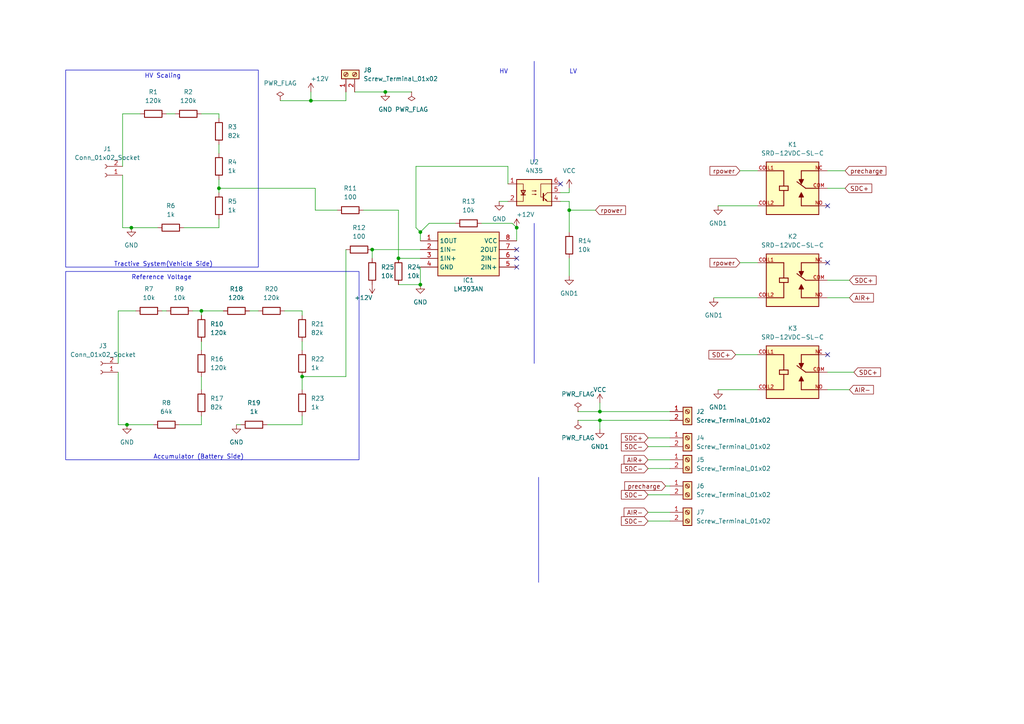
<source format=kicad_sch>
(kicad_sch (version 20230121) (generator eeschema)

  (uuid fc1343ba-65d8-4417-a7b6-bc4aa2e16057)

  (paper "A4")

  (lib_symbols
    (symbol "Connector:Conn_01x02_Socket" (pin_names (offset 1.016) hide) (in_bom yes) (on_board yes)
      (property "Reference" "J" (at 0 2.54 0)
        (effects (font (size 1.27 1.27)))
      )
      (property "Value" "Conn_01x02_Socket" (at 0 -5.08 0)
        (effects (font (size 1.27 1.27)))
      )
      (property "Footprint" "" (at 0 0 0)
        (effects (font (size 1.27 1.27)) hide)
      )
      (property "Datasheet" "~" (at 0 0 0)
        (effects (font (size 1.27 1.27)) hide)
      )
      (property "ki_locked" "" (at 0 0 0)
        (effects (font (size 1.27 1.27)))
      )
      (property "ki_keywords" "connector" (at 0 0 0)
        (effects (font (size 1.27 1.27)) hide)
      )
      (property "ki_description" "Generic connector, single row, 01x02, script generated" (at 0 0 0)
        (effects (font (size 1.27 1.27)) hide)
      )
      (property "ki_fp_filters" "Connector*:*_1x??_*" (at 0 0 0)
        (effects (font (size 1.27 1.27)) hide)
      )
      (symbol "Conn_01x02_Socket_1_1"
        (arc (start 0 -2.032) (mid -0.5058 -2.54) (end 0 -3.048)
          (stroke (width 0.1524) (type default))
          (fill (type none))
        )
        (polyline
          (pts
            (xy -1.27 -2.54)
            (xy -0.508 -2.54)
          )
          (stroke (width 0.1524) (type default))
          (fill (type none))
        )
        (polyline
          (pts
            (xy -1.27 0)
            (xy -0.508 0)
          )
          (stroke (width 0.1524) (type default))
          (fill (type none))
        )
        (arc (start 0 0.508) (mid -0.5058 0) (end 0 -0.508)
          (stroke (width 0.1524) (type default))
          (fill (type none))
        )
        (pin passive line (at -5.08 0 0) (length 3.81)
          (name "Pin_1" (effects (font (size 1.27 1.27))))
          (number "1" (effects (font (size 1.27 1.27))))
        )
        (pin passive line (at -5.08 -2.54 0) (length 3.81)
          (name "Pin_2" (effects (font (size 1.27 1.27))))
          (number "2" (effects (font (size 1.27 1.27))))
        )
      )
    )
    (symbol "Connector:Screw_Terminal_01x02" (pin_names (offset 1.016) hide) (in_bom yes) (on_board yes)
      (property "Reference" "J" (at 0 2.54 0)
        (effects (font (size 1.27 1.27)))
      )
      (property "Value" "Screw_Terminal_01x02" (at 0 -5.08 0)
        (effects (font (size 1.27 1.27)))
      )
      (property "Footprint" "" (at 0 0 0)
        (effects (font (size 1.27 1.27)) hide)
      )
      (property "Datasheet" "~" (at 0 0 0)
        (effects (font (size 1.27 1.27)) hide)
      )
      (property "ki_keywords" "screw terminal" (at 0 0 0)
        (effects (font (size 1.27 1.27)) hide)
      )
      (property "ki_description" "Generic screw terminal, single row, 01x02, script generated (kicad-library-utils/schlib/autogen/connector/)" (at 0 0 0)
        (effects (font (size 1.27 1.27)) hide)
      )
      (property "ki_fp_filters" "TerminalBlock*:*" (at 0 0 0)
        (effects (font (size 1.27 1.27)) hide)
      )
      (symbol "Screw_Terminal_01x02_1_1"
        (rectangle (start -1.27 1.27) (end 1.27 -3.81)
          (stroke (width 0.254) (type default))
          (fill (type background))
        )
        (circle (center 0 -2.54) (radius 0.635)
          (stroke (width 0.1524) (type default))
          (fill (type none))
        )
        (polyline
          (pts
            (xy -0.5334 -2.2098)
            (xy 0.3302 -3.048)
          )
          (stroke (width 0.1524) (type default))
          (fill (type none))
        )
        (polyline
          (pts
            (xy -0.5334 0.3302)
            (xy 0.3302 -0.508)
          )
          (stroke (width 0.1524) (type default))
          (fill (type none))
        )
        (polyline
          (pts
            (xy -0.3556 -2.032)
            (xy 0.508 -2.8702)
          )
          (stroke (width 0.1524) (type default))
          (fill (type none))
        )
        (polyline
          (pts
            (xy -0.3556 0.508)
            (xy 0.508 -0.3302)
          )
          (stroke (width 0.1524) (type default))
          (fill (type none))
        )
        (circle (center 0 0) (radius 0.635)
          (stroke (width 0.1524) (type default))
          (fill (type none))
        )
        (pin passive line (at -5.08 0 0) (length 3.81)
          (name "Pin_1" (effects (font (size 1.27 1.27))))
          (number "1" (effects (font (size 1.27 1.27))))
        )
        (pin passive line (at -5.08 -2.54 0) (length 3.81)
          (name "Pin_2" (effects (font (size 1.27 1.27))))
          (number "2" (effects (font (size 1.27 1.27))))
        )
      )
    )
    (symbol "Device:R" (pin_numbers hide) (pin_names (offset 0)) (in_bom yes) (on_board yes)
      (property "Reference" "R" (at 2.032 0 90)
        (effects (font (size 1.27 1.27)))
      )
      (property "Value" "R" (at 0 0 90)
        (effects (font (size 1.27 1.27)))
      )
      (property "Footprint" "" (at -1.778 0 90)
        (effects (font (size 1.27 1.27)) hide)
      )
      (property "Datasheet" "~" (at 0 0 0)
        (effects (font (size 1.27 1.27)) hide)
      )
      (property "ki_keywords" "R res resistor" (at 0 0 0)
        (effects (font (size 1.27 1.27)) hide)
      )
      (property "ki_description" "Resistor" (at 0 0 0)
        (effects (font (size 1.27 1.27)) hide)
      )
      (property "ki_fp_filters" "R_*" (at 0 0 0)
        (effects (font (size 1.27 1.27)) hide)
      )
      (symbol "R_0_1"
        (rectangle (start -1.016 -2.54) (end 1.016 2.54)
          (stroke (width 0.254) (type default))
          (fill (type none))
        )
      )
      (symbol "R_1_1"
        (pin passive line (at 0 3.81 270) (length 1.27)
          (name "~" (effects (font (size 1.27 1.27))))
          (number "1" (effects (font (size 1.27 1.27))))
        )
        (pin passive line (at 0 -3.81 90) (length 1.27)
          (name "~" (effects (font (size 1.27 1.27))))
          (number "2" (effects (font (size 1.27 1.27))))
        )
      )
    )
    (symbol "Isolator:4N35" (pin_names (offset 1.016)) (in_bom yes) (on_board yes)
      (property "Reference" "U" (at -5.08 5.08 0)
        (effects (font (size 1.27 1.27)) (justify left))
      )
      (property "Value" "4N35" (at 0 5.08 0)
        (effects (font (size 1.27 1.27)) (justify left))
      )
      (property "Footprint" "Package_DIP:DIP-6_W7.62mm" (at -5.08 -5.08 0)
        (effects (font (size 1.27 1.27) italic) (justify left) hide)
      )
      (property "Datasheet" "https://www.vishay.com/docs/81181/4n35.pdf" (at 0 0 0)
        (effects (font (size 1.27 1.27)) (justify left) hide)
      )
      (property "ki_keywords" "NPN DC Optocoupler Base Connected" (at 0 0 0)
        (effects (font (size 1.27 1.27)) hide)
      )
      (property "ki_description" "Optocoupler, Phototransistor Output, with Base Connection, Vce 70V, CTR 100%, Viso 5000V, DIP6" (at 0 0 0)
        (effects (font (size 1.27 1.27)) hide)
      )
      (property "ki_fp_filters" "DIP*W7.62mm*" (at 0 0 0)
        (effects (font (size 1.27 1.27)) hide)
      )
      (symbol "4N35_0_1"
        (rectangle (start -5.08 3.81) (end 5.08 -3.81)
          (stroke (width 0.254) (type default))
          (fill (type background))
        )
        (polyline
          (pts
            (xy -3.81 -0.635)
            (xy -2.54 -0.635)
          )
          (stroke (width 0.254) (type default))
          (fill (type none))
        )
        (polyline
          (pts
            (xy 2.667 -1.397)
            (xy 3.81 -2.54)
          )
          (stroke (width 0) (type default))
          (fill (type none))
        )
        (polyline
          (pts
            (xy 2.667 -1.143)
            (xy 3.81 0)
          )
          (stroke (width 0) (type default))
          (fill (type none))
        )
        (polyline
          (pts
            (xy 3.81 -2.54)
            (xy 5.08 -2.54)
          )
          (stroke (width 0) (type default))
          (fill (type none))
        )
        (polyline
          (pts
            (xy 3.81 0)
            (xy 5.08 0)
          )
          (stroke (width 0) (type default))
          (fill (type none))
        )
        (polyline
          (pts
            (xy 2.667 -0.254)
            (xy 2.667 -2.286)
            (xy 2.667 -2.286)
          )
          (stroke (width 0.3556) (type default))
          (fill (type none))
        )
        (polyline
          (pts
            (xy -5.08 -2.54)
            (xy -3.175 -2.54)
            (xy -3.175 2.54)
            (xy -5.08 2.54)
          )
          (stroke (width 0) (type default))
          (fill (type none))
        )
        (polyline
          (pts
            (xy -3.175 -0.635)
            (xy -3.81 0.635)
            (xy -2.54 0.635)
            (xy -3.175 -0.635)
          )
          (stroke (width 0.254) (type default))
          (fill (type none))
        )
        (polyline
          (pts
            (xy 3.683 -2.413)
            (xy 3.429 -1.905)
            (xy 3.175 -2.159)
            (xy 3.683 -2.413)
          )
          (stroke (width 0) (type default))
          (fill (type none))
        )
        (polyline
          (pts
            (xy 5.08 2.54)
            (xy 1.905 2.54)
            (xy 1.905 -1.27)
            (xy 2.54 -1.27)
          )
          (stroke (width 0) (type default))
          (fill (type none))
        )
        (polyline
          (pts
            (xy -0.635 -0.508)
            (xy 0.635 -0.508)
            (xy 0.254 -0.635)
            (xy 0.254 -0.381)
            (xy 0.635 -0.508)
          )
          (stroke (width 0) (type default))
          (fill (type none))
        )
        (polyline
          (pts
            (xy -0.635 0.508)
            (xy 0.635 0.508)
            (xy 0.254 0.381)
            (xy 0.254 0.635)
            (xy 0.635 0.508)
          )
          (stroke (width 0) (type default))
          (fill (type none))
        )
      )
      (symbol "4N35_1_1"
        (pin passive line (at -7.62 2.54 0) (length 2.54)
          (name "~" (effects (font (size 1.27 1.27))))
          (number "1" (effects (font (size 1.27 1.27))))
        )
        (pin passive line (at -7.62 -2.54 0) (length 2.54)
          (name "~" (effects (font (size 1.27 1.27))))
          (number "2" (effects (font (size 1.27 1.27))))
        )
        (pin no_connect line (at -5.08 0 0) (length 2.54) hide
          (name "NC" (effects (font (size 1.27 1.27))))
          (number "3" (effects (font (size 1.27 1.27))))
        )
        (pin passive line (at 7.62 -2.54 180) (length 2.54)
          (name "~" (effects (font (size 1.27 1.27))))
          (number "4" (effects (font (size 1.27 1.27))))
        )
        (pin passive line (at 7.62 0 180) (length 2.54)
          (name "~" (effects (font (size 1.27 1.27))))
          (number "5" (effects (font (size 1.27 1.27))))
        )
        (pin passive line (at 7.62 2.54 180) (length 2.54)
          (name "~" (effects (font (size 1.27 1.27))))
          (number "6" (effects (font (size 1.27 1.27))))
        )
      )
    )
    (symbol "LM393AN:LM393AN" (in_bom yes) (on_board yes)
      (property "Reference" "IC" (at 24.13 7.62 0)
        (effects (font (size 1.27 1.27)) (justify left top))
      )
      (property "Value" "LM393AN" (at 24.13 5.08 0)
        (effects (font (size 1.27 1.27)) (justify left top))
      )
      (property "Footprint" "DIP794W53P254L959H508Q8N" (at 24.13 -94.92 0)
        (effects (font (size 1.27 1.27)) (justify left top) hide)
      )
      (property "Datasheet" "https://www.ti.com/lit/ds/symlink/lm393a.pdf?HQS=dis-mous-null-mousermode-dsf-pf-null-wwe&ts=1646047043124&ref_url=https%253A%252F%252Feu.mouser.com%252F" (at 24.13 -194.92 0)
        (effects (font (size 1.27 1.27)) (justify left top) hide)
      )
      (property "Height" "5.08" (at 24.13 -394.92 0)
        (effects (font (size 1.27 1.27)) (justify left top) hide)
      )
      (property "Manufacturer_Name" "Texas Instruments" (at 24.13 -494.92 0)
        (effects (font (size 1.27 1.27)) (justify left top) hide)
      )
      (property "Manufacturer_Part_Number" "LM393AN" (at 24.13 -594.92 0)
        (effects (font (size 1.27 1.27)) (justify left top) hide)
      )
      (property "Mouser Part Number" "N/A" (at 24.13 -694.92 0)
        (effects (font (size 1.27 1.27)) (justify left top) hide)
      )
      (property "Mouser Price/Stock" "https://www.mouser.com/Search/Refine.aspx?Keyword=N%2FA" (at 24.13 -794.92 0)
        (effects (font (size 1.27 1.27)) (justify left top) hide)
      )
      (property "Arrow Part Number" "" (at 24.13 -894.92 0)
        (effects (font (size 1.27 1.27)) (justify left top) hide)
      )
      (property "Arrow Price/Stock" "" (at 24.13 -994.92 0)
        (effects (font (size 1.27 1.27)) (justify left top) hide)
      )
      (property "ki_description" "Analog Comparators" (at 0 0 0)
        (effects (font (size 1.27 1.27)) hide)
      )
      (symbol "LM393AN_1_1"
        (rectangle (start 5.08 2.54) (end 22.86 -10.16)
          (stroke (width 0.254) (type default))
          (fill (type background))
        )
        (pin passive line (at 0 0 0) (length 5.08)
          (name "1OUT" (effects (font (size 1.27 1.27))))
          (number "1" (effects (font (size 1.27 1.27))))
        )
        (pin passive line (at 0 -2.54 0) (length 5.08)
          (name "1IN-" (effects (font (size 1.27 1.27))))
          (number "2" (effects (font (size 1.27 1.27))))
        )
        (pin passive line (at 0 -5.08 0) (length 5.08)
          (name "1IN+" (effects (font (size 1.27 1.27))))
          (number "3" (effects (font (size 1.27 1.27))))
        )
        (pin passive line (at 0 -7.62 0) (length 5.08)
          (name "GND" (effects (font (size 1.27 1.27))))
          (number "4" (effects (font (size 1.27 1.27))))
        )
        (pin passive line (at 27.94 -7.62 180) (length 5.08)
          (name "2IN+" (effects (font (size 1.27 1.27))))
          (number "5" (effects (font (size 1.27 1.27))))
        )
        (pin passive line (at 27.94 -5.08 180) (length 5.08)
          (name "2IN-" (effects (font (size 1.27 1.27))))
          (number "6" (effects (font (size 1.27 1.27))))
        )
        (pin passive line (at 27.94 -2.54 180) (length 5.08)
          (name "2OUT" (effects (font (size 1.27 1.27))))
          (number "7" (effects (font (size 1.27 1.27))))
        )
        (pin passive line (at 27.94 0 180) (length 5.08)
          (name "VCC" (effects (font (size 1.27 1.27))))
          (number "8" (effects (font (size 1.27 1.27))))
        )
      )
    )
    (symbol "SRD-12VDC-SL-C[1]:SRD-12VDC-SL-C" (pin_names (offset 1.016)) (in_bom yes) (on_board yes)
      (property "Reference" "K" (at -7.62 8.89 0)
        (effects (font (size 1.27 1.27)) (justify left bottom))
      )
      (property "Value" "SRD-12VDC-SL-C" (at -7.62 -10.16 0)
        (effects (font (size 1.27 1.27)) (justify left bottom))
      )
      (property "Footprint" "RELAY_SRD-12VDC-SL-C" (at 0 0 0)
        (effects (font (size 1.27 1.27)) (justify bottom) hide)
      )
      (property "Datasheet" "" (at 0 0 0)
        (effects (font (size 1.27 1.27)) hide)
      )
      (property "PARTREV" "1.0" (at 0 0 0)
        (effects (font (size 1.27 1.27)) (justify bottom) hide)
      )
      (property "STANDARD" "IPC 7351B" (at 0 0 0)
        (effects (font (size 1.27 1.27)) (justify bottom) hide)
      )
      (property "MAXIMUM_PACKAGE_HEIGHT" "15.8 mm" (at 0 0 0)
        (effects (font (size 1.27 1.27)) (justify bottom) hide)
      )
      (property "MANUFACTURER" "Songle Relay" (at 0 0 0)
        (effects (font (size 1.27 1.27)) (justify bottom) hide)
      )
      (symbol "SRD-12VDC-SL-C_0_0"
        (rectangle (start -7.62 -7.62) (end 7.62 7.62)
          (stroke (width 0.254) (type default))
          (fill (type background))
        )
        (polyline
          (pts
            (xy -7.62 -5.08)
            (xy -2.54 -5.08)
          )
          (stroke (width 0.254) (type default))
          (fill (type none))
        )
        (polyline
          (pts
            (xy -7.62 5.08)
            (xy -2.54 5.08)
          )
          (stroke (width 0.254) (type default))
          (fill (type none))
        )
        (polyline
          (pts
            (xy -3.81 -0.635)
            (xy -3.81 0.635)
          )
          (stroke (width 0.254) (type default))
          (fill (type none))
        )
        (polyline
          (pts
            (xy -3.81 0.635)
            (xy -2.54 0.635)
          )
          (stroke (width 0.254) (type default))
          (fill (type none))
        )
        (polyline
          (pts
            (xy -2.54 -0.635)
            (xy -3.81 -0.635)
          )
          (stroke (width 0.254) (type default))
          (fill (type none))
        )
        (polyline
          (pts
            (xy -2.54 -0.635)
            (xy -2.54 -5.08)
          )
          (stroke (width 0.254) (type default))
          (fill (type none))
        )
        (polyline
          (pts
            (xy -2.54 0.635)
            (xy -1.27 0.635)
          )
          (stroke (width 0.254) (type default))
          (fill (type none))
        )
        (polyline
          (pts
            (xy -2.54 5.08)
            (xy -2.54 0.635)
          )
          (stroke (width 0.254) (type default))
          (fill (type none))
        )
        (polyline
          (pts
            (xy -1.27 -0.635)
            (xy -2.54 -0.635)
          )
          (stroke (width 0.254) (type default))
          (fill (type none))
        )
        (polyline
          (pts
            (xy -1.27 0.635)
            (xy -1.27 -0.635)
          )
          (stroke (width 0.254) (type default))
          (fill (type none))
        )
        (polyline
          (pts
            (xy 2.54 -5.08)
            (xy 2.54 -2.54)
          )
          (stroke (width 0.254) (type default))
          (fill (type none))
        )
        (polyline
          (pts
            (xy 2.54 5.08)
            (xy 2.54 2.54)
          )
          (stroke (width 0.254) (type default))
          (fill (type none))
        )
        (polyline
          (pts
            (xy 2.54 5.08)
            (xy 7.62 5.08)
          )
          (stroke (width 0.254) (type default))
          (fill (type none))
        )
        (polyline
          (pts
            (xy 3.81 0)
            (xy 1.27 1.905)
          )
          (stroke (width 0.254) (type default))
          (fill (type none))
        )
        (polyline
          (pts
            (xy 7.62 -5.08)
            (xy 2.54 -5.08)
          )
          (stroke (width 0.254) (type default))
          (fill (type none))
        )
        (polyline
          (pts
            (xy 7.62 0)
            (xy 3.81 0)
          )
          (stroke (width 0.254) (type default))
          (fill (type none))
        )
        (polyline
          (pts
            (xy 1.905 -2.54)
            (xy 3.175 -2.54)
            (xy 2.54 -1.27)
            (xy 1.905 -2.54)
          )
          (stroke (width 0.254) (type default))
          (fill (type outline))
        )
        (polyline
          (pts
            (xy 3.175 2.54)
            (xy 1.905 2.54)
            (xy 2.54 1.27)
            (xy 3.175 2.54)
          )
          (stroke (width 0.254) (type default))
          (fill (type outline))
        )
        (pin passive line (at -10.16 5.08 0) (length 5.08)
          (name "~" (effects (font (size 1.016 1.016))))
          (number "COIL1" (effects (font (size 1.016 1.016))))
        )
        (pin passive line (at -10.16 -5.08 0) (length 5.08)
          (name "~" (effects (font (size 1.016 1.016))))
          (number "COIL2" (effects (font (size 1.016 1.016))))
        )
        (pin passive line (at 10.16 0 180) (length 5.08)
          (name "~" (effects (font (size 1.016 1.016))))
          (number "COM" (effects (font (size 1.016 1.016))))
        )
        (pin passive line (at 10.16 5.08 180) (length 5.08)
          (name "~" (effects (font (size 1.016 1.016))))
          (number "NC" (effects (font (size 1.016 1.016))))
        )
        (pin passive line (at 10.16 -5.08 180) (length 5.08)
          (name "~" (effects (font (size 1.016 1.016))))
          (number "NO" (effects (font (size 1.016 1.016))))
        )
      )
    )
    (symbol "power:+12V" (power) (pin_names (offset 0)) (in_bom yes) (on_board yes)
      (property "Reference" "#PWR" (at 0 -3.81 0)
        (effects (font (size 1.27 1.27)) hide)
      )
      (property "Value" "+12V" (at 0 3.556 0)
        (effects (font (size 1.27 1.27)))
      )
      (property "Footprint" "" (at 0 0 0)
        (effects (font (size 1.27 1.27)) hide)
      )
      (property "Datasheet" "" (at 0 0 0)
        (effects (font (size 1.27 1.27)) hide)
      )
      (property "ki_keywords" "global power" (at 0 0 0)
        (effects (font (size 1.27 1.27)) hide)
      )
      (property "ki_description" "Power symbol creates a global label with name \"+12V\"" (at 0 0 0)
        (effects (font (size 1.27 1.27)) hide)
      )
      (symbol "+12V_0_1"
        (polyline
          (pts
            (xy -0.762 1.27)
            (xy 0 2.54)
          )
          (stroke (width 0) (type default))
          (fill (type none))
        )
        (polyline
          (pts
            (xy 0 0)
            (xy 0 2.54)
          )
          (stroke (width 0) (type default))
          (fill (type none))
        )
        (polyline
          (pts
            (xy 0 2.54)
            (xy 0.762 1.27)
          )
          (stroke (width 0) (type default))
          (fill (type none))
        )
      )
      (symbol "+12V_1_1"
        (pin power_in line (at 0 0 90) (length 0) hide
          (name "+12V" (effects (font (size 1.27 1.27))))
          (number "1" (effects (font (size 1.27 1.27))))
        )
      )
    )
    (symbol "power:GND" (power) (pin_names (offset 0)) (in_bom yes) (on_board yes)
      (property "Reference" "#PWR" (at 0 -6.35 0)
        (effects (font (size 1.27 1.27)) hide)
      )
      (property "Value" "GND" (at 0 -3.81 0)
        (effects (font (size 1.27 1.27)))
      )
      (property "Footprint" "" (at 0 0 0)
        (effects (font (size 1.27 1.27)) hide)
      )
      (property "Datasheet" "" (at 0 0 0)
        (effects (font (size 1.27 1.27)) hide)
      )
      (property "ki_keywords" "global power" (at 0 0 0)
        (effects (font (size 1.27 1.27)) hide)
      )
      (property "ki_description" "Power symbol creates a global label with name \"GND\" , ground" (at 0 0 0)
        (effects (font (size 1.27 1.27)) hide)
      )
      (symbol "GND_0_1"
        (polyline
          (pts
            (xy 0 0)
            (xy 0 -1.27)
            (xy 1.27 -1.27)
            (xy 0 -2.54)
            (xy -1.27 -1.27)
            (xy 0 -1.27)
          )
          (stroke (width 0) (type default))
          (fill (type none))
        )
      )
      (symbol "GND_1_1"
        (pin power_in line (at 0 0 270) (length 0) hide
          (name "GND" (effects (font (size 1.27 1.27))))
          (number "1" (effects (font (size 1.27 1.27))))
        )
      )
    )
    (symbol "power:GND1" (power) (pin_names (offset 0)) (in_bom yes) (on_board yes)
      (property "Reference" "#PWR" (at 0 -6.35 0)
        (effects (font (size 1.27 1.27)) hide)
      )
      (property "Value" "GND1" (at 0 -3.81 0)
        (effects (font (size 1.27 1.27)))
      )
      (property "Footprint" "" (at 0 0 0)
        (effects (font (size 1.27 1.27)) hide)
      )
      (property "Datasheet" "" (at 0 0 0)
        (effects (font (size 1.27 1.27)) hide)
      )
      (property "ki_keywords" "global power" (at 0 0 0)
        (effects (font (size 1.27 1.27)) hide)
      )
      (property "ki_description" "Power symbol creates a global label with name \"GND1\" , ground" (at 0 0 0)
        (effects (font (size 1.27 1.27)) hide)
      )
      (symbol "GND1_0_1"
        (polyline
          (pts
            (xy 0 0)
            (xy 0 -1.27)
            (xy 1.27 -1.27)
            (xy 0 -2.54)
            (xy -1.27 -1.27)
            (xy 0 -1.27)
          )
          (stroke (width 0) (type default))
          (fill (type none))
        )
      )
      (symbol "GND1_1_1"
        (pin power_in line (at 0 0 270) (length 0) hide
          (name "GND1" (effects (font (size 1.27 1.27))))
          (number "1" (effects (font (size 1.27 1.27))))
        )
      )
    )
    (symbol "power:PWR_FLAG" (power) (pin_numbers hide) (pin_names (offset 0) hide) (in_bom yes) (on_board yes)
      (property "Reference" "#FLG" (at 0 1.905 0)
        (effects (font (size 1.27 1.27)) hide)
      )
      (property "Value" "PWR_FLAG" (at 0 3.81 0)
        (effects (font (size 1.27 1.27)))
      )
      (property "Footprint" "" (at 0 0 0)
        (effects (font (size 1.27 1.27)) hide)
      )
      (property "Datasheet" "~" (at 0 0 0)
        (effects (font (size 1.27 1.27)) hide)
      )
      (property "ki_keywords" "flag power" (at 0 0 0)
        (effects (font (size 1.27 1.27)) hide)
      )
      (property "ki_description" "Special symbol for telling ERC where power comes from" (at 0 0 0)
        (effects (font (size 1.27 1.27)) hide)
      )
      (symbol "PWR_FLAG_0_0"
        (pin power_out line (at 0 0 90) (length 0)
          (name "pwr" (effects (font (size 1.27 1.27))))
          (number "1" (effects (font (size 1.27 1.27))))
        )
      )
      (symbol "PWR_FLAG_0_1"
        (polyline
          (pts
            (xy 0 0)
            (xy 0 1.27)
            (xy -1.016 1.905)
            (xy 0 2.54)
            (xy 1.016 1.905)
            (xy 0 1.27)
          )
          (stroke (width 0) (type default))
          (fill (type none))
        )
      )
    )
    (symbol "power:VCC" (power) (pin_names (offset 0)) (in_bom yes) (on_board yes)
      (property "Reference" "#PWR" (at 0 -3.81 0)
        (effects (font (size 1.27 1.27)) hide)
      )
      (property "Value" "VCC" (at 0 3.81 0)
        (effects (font (size 1.27 1.27)))
      )
      (property "Footprint" "" (at 0 0 0)
        (effects (font (size 1.27 1.27)) hide)
      )
      (property "Datasheet" "" (at 0 0 0)
        (effects (font (size 1.27 1.27)) hide)
      )
      (property "ki_keywords" "global power" (at 0 0 0)
        (effects (font (size 1.27 1.27)) hide)
      )
      (property "ki_description" "Power symbol creates a global label with name \"VCC\"" (at 0 0 0)
        (effects (font (size 1.27 1.27)) hide)
      )
      (symbol "VCC_0_1"
        (polyline
          (pts
            (xy -0.762 1.27)
            (xy 0 2.54)
          )
          (stroke (width 0) (type default))
          (fill (type none))
        )
        (polyline
          (pts
            (xy 0 0)
            (xy 0 2.54)
          )
          (stroke (width 0) (type default))
          (fill (type none))
        )
        (polyline
          (pts
            (xy 0 2.54)
            (xy 0.762 1.27)
          )
          (stroke (width 0) (type default))
          (fill (type none))
        )
      )
      (symbol "VCC_1_1"
        (pin power_in line (at 0 0 90) (length 0) hide
          (name "VCC" (effects (font (size 1.27 1.27))))
          (number "1" (effects (font (size 1.27 1.27))))
        )
      )
    )
  )

  (junction (at 165.1 60.96) (diameter 0) (color 0 0 0 0)
    (uuid 0693c9ff-d967-4729-afc6-e0378dea26a7)
  )
  (junction (at 36.83 123.19) (diameter 0) (color 0 0 0 0)
    (uuid 0aaf0046-c573-4c99-b4f8-1c8b3f5d9464)
  )
  (junction (at 173.99 121.92) (diameter 0) (color 0 0 0 0)
    (uuid 22415f49-2b3e-4750-9cad-0951260c3ffd)
  )
  (junction (at 87.63 109.22) (diameter 0) (color 0 0 0 0)
    (uuid 2f501d3f-0831-4585-bce7-d447e87ce4ae)
  )
  (junction (at 149.86 66.04) (diameter 0) (color 0 0 0 0)
    (uuid 4da029b7-ebac-429c-bcbf-d9ba92e87362)
  )
  (junction (at 121.92 82.55) (diameter 0) (color 0 0 0 0)
    (uuid 5cf8217b-6f0d-49a2-820f-025181999c1a)
  )
  (junction (at 63.5 54.61) (diameter 0) (color 0 0 0 0)
    (uuid 60c761a3-a837-4ca1-b3a5-7955bafae8be)
  )
  (junction (at 38.1 66.04) (diameter 0) (color 0 0 0 0)
    (uuid 6fa7ccdb-1f61-4f24-941b-de7742d67a9f)
  )
  (junction (at 115.57 74.93) (diameter 0) (color 0 0 0 0)
    (uuid 766534bf-db5d-450f-b118-ec55d9f7cfd4)
  )
  (junction (at 107.95 72.39) (diameter 0) (color 0 0 0 0)
    (uuid 7669da77-5741-48cd-94ab-634bbaeb0b5a)
  )
  (junction (at 58.42 90.17) (diameter 0) (color 0 0 0 0)
    (uuid 7b136305-4747-4445-8f94-b3999628f7c8)
  )
  (junction (at 90.17 29.21) (diameter 0) (color 0 0 0 0)
    (uuid 81697dcd-c784-463b-9c0e-e16f6bfdef85)
  )
  (junction (at 121.92 67.31) (diameter 0) (color 0 0 0 0)
    (uuid af7f9100-aaa9-4f0d-8ebf-75a34ec11020)
  )
  (junction (at 173.99 119.38) (diameter 0) (color 0 0 0 0)
    (uuid dd117a99-0de5-49b7-bf36-5029a8677cf8)
  )
  (junction (at 111.76 26.67) (diameter 0) (color 0 0 0 0)
    (uuid ec58f20f-6db2-40b1-88f0-aee4461c816a)
  )

  (no_connect (at 162.56 53.34) (uuid 3a3b9e51-8d4e-4403-938e-5b1c14cb6460))
  (no_connect (at 240.03 102.87) (uuid 761f0df7-e6d3-411b-9bec-09f5ac7b089a))
  (no_connect (at 149.86 74.93) (uuid 95df5a70-dbb3-435a-983c-1c5acc9db5be))
  (no_connect (at 149.86 77.47) (uuid a0b04caa-bad4-4038-ae6b-e9b07cc56be9))
  (no_connect (at 240.03 59.69) (uuid b1239640-8d7c-41a2-ad5f-d15d8be29a83))
  (no_connect (at 240.03 76.2) (uuid cc1e67c6-f358-471d-b7d0-e942da940028))
  (no_connect (at 149.86 72.39) (uuid d94be6e5-3de4-4842-9ef2-56f9e164171a))

  (wire (pts (xy 173.99 121.92) (xy 173.99 124.46))
    (stroke (width 0) (type default))
    (uuid 02c3dc75-4b71-4246-881f-56ebc84c0068)
  )
  (wire (pts (xy 187.96 143.51) (xy 194.31 143.51))
    (stroke (width 0) (type default))
    (uuid 04bcf48a-cb6e-4627-92b2-ad8baec502b3)
  )
  (wire (pts (xy 208.28 113.03) (xy 219.71 113.03))
    (stroke (width 0) (type default))
    (uuid 0e0cc551-0ea3-41fe-a93d-4a8cea472bd0)
  )
  (wire (pts (xy 90.17 29.21) (xy 100.33 29.21))
    (stroke (width 0) (type default))
    (uuid 0fffb1d0-f654-4c7f-8648-d2a9dcbce02e)
  )
  (wire (pts (xy 55.88 90.17) (xy 58.42 90.17))
    (stroke (width 0) (type default))
    (uuid 142f3532-5c3b-4431-b6e7-a17e2c41d246)
  )
  (wire (pts (xy 149.86 66.04) (xy 149.86 69.85))
    (stroke (width 0) (type default))
    (uuid 1613f217-7067-44c7-84c3-767375db76ea)
  )
  (wire (pts (xy 81.28 29.21) (xy 90.17 29.21))
    (stroke (width 0) (type default))
    (uuid 18f65c7d-ff6b-4d8f-ba38-72bc10d2fa4f)
  )
  (wire (pts (xy 100.33 26.67) (xy 100.33 29.21))
    (stroke (width 0) (type default))
    (uuid 1e025e8d-c31c-437d-99f8-4f3d6f89c66f)
  )
  (wire (pts (xy 187.96 129.54) (xy 194.31 129.54))
    (stroke (width 0) (type default))
    (uuid 237ddf20-3610-4874-bd4b-a62a5054422c)
  )
  (wire (pts (xy 77.47 123.19) (xy 87.63 123.19))
    (stroke (width 0) (type default))
    (uuid 24cbbd3e-8e2e-455f-90a1-cb00c8679ab6)
  )
  (wire (pts (xy 111.76 26.67) (xy 119.38 26.67))
    (stroke (width 0) (type default))
    (uuid 25f94767-7212-4c5c-98c7-4b0d3fc32356)
  )
  (wire (pts (xy 35.56 33.02) (xy 40.64 33.02))
    (stroke (width 0) (type default))
    (uuid 2dc28266-c411-4816-b586-afa9bbf75a8f)
  )
  (wire (pts (xy 52.07 123.19) (xy 58.42 123.19))
    (stroke (width 0) (type default))
    (uuid 314c7837-de31-4dfe-8662-3cee84988e3c)
  )
  (wire (pts (xy 213.36 102.87) (xy 219.71 102.87))
    (stroke (width 0) (type default))
    (uuid 37011006-ffee-4637-a22d-393bc4ef42e0)
  )
  (wire (pts (xy 53.34 66.04) (xy 63.5 66.04))
    (stroke (width 0) (type default))
    (uuid 3918e2f2-b5ff-4ae9-b477-9638b6bf9e99)
  )
  (wire (pts (xy 58.42 109.22) (xy 58.42 113.03))
    (stroke (width 0) (type default))
    (uuid 3a835fd0-e6b2-40d0-91c4-69a4069fc96e)
  )
  (wire (pts (xy 187.96 148.59) (xy 194.31 148.59))
    (stroke (width 0) (type default))
    (uuid 3fcd11cf-050f-4934-9cf0-4eda38421bf8)
  )
  (wire (pts (xy 214.63 76.2) (xy 219.71 76.2))
    (stroke (width 0) (type default))
    (uuid 406a536d-8291-420d-85aa-93c283d411a5)
  )
  (wire (pts (xy 120.65 48.26) (xy 147.32 48.26))
    (stroke (width 0) (type default))
    (uuid 4d555368-9fb0-4cfc-aac8-3014b308691b)
  )
  (wire (pts (xy 240.03 54.61) (xy 245.11 54.61))
    (stroke (width 0) (type default))
    (uuid 4f06f234-1e12-4322-b20f-667d3729eecf)
  )
  (wire (pts (xy 105.41 60.96) (xy 115.57 60.96))
    (stroke (width 0) (type default))
    (uuid 4fcfbd31-6b12-4b97-8d14-637a5fdc770f)
  )
  (wire (pts (xy 115.57 60.96) (xy 115.57 74.93))
    (stroke (width 0) (type default))
    (uuid 53307351-0187-495d-b711-82da5ebc35f5)
  )
  (wire (pts (xy 115.57 82.55) (xy 121.92 82.55))
    (stroke (width 0) (type default))
    (uuid 58675f70-b90a-4d94-ab1c-ad2ac8c506a1)
  )
  (wire (pts (xy 167.64 121.92) (xy 173.99 121.92))
    (stroke (width 0) (type default))
    (uuid 58f44e72-06f1-4f89-9b93-dcb8155ecf16)
  )
  (wire (pts (xy 38.1 66.04) (xy 45.72 66.04))
    (stroke (width 0) (type default))
    (uuid 5cad392c-9fec-40fc-b75a-a16cb03352ec)
  )
  (wire (pts (xy 187.96 127) (xy 194.31 127))
    (stroke (width 0) (type default))
    (uuid 5e09a61c-cd9c-4cd5-9e50-64dde731e859)
  )
  (wire (pts (xy 162.56 58.42) (xy 165.1 58.42))
    (stroke (width 0) (type default))
    (uuid 5e4f0705-f267-46b8-ae55-31ef84a90828)
  )
  (wire (pts (xy 91.44 54.61) (xy 91.44 60.96))
    (stroke (width 0) (type default))
    (uuid 64bca405-6e05-4915-b63a-6ac520432dc1)
  )
  (wire (pts (xy 72.39 90.17) (xy 74.93 90.17))
    (stroke (width 0) (type default))
    (uuid 693216c2-f031-4b30-9f02-2bdb266d43a7)
  )
  (wire (pts (xy 35.56 50.8) (xy 35.56 66.04))
    (stroke (width 0) (type default))
    (uuid 6b6e357e-5759-4253-b2a7-d4c92943feac)
  )
  (wire (pts (xy 173.99 119.38) (xy 194.31 119.38))
    (stroke (width 0) (type default))
    (uuid 724b97c6-bfb8-4cef-94e0-2716386f6dbd)
  )
  (wire (pts (xy 34.29 123.19) (xy 36.83 123.19))
    (stroke (width 0) (type default))
    (uuid 72c81c77-8a31-471d-82b1-4c8b38d93546)
  )
  (wire (pts (xy 63.5 52.07) (xy 63.5 54.61))
    (stroke (width 0) (type default))
    (uuid 73098be4-6f6e-4a45-bf47-c838117f9e61)
  )
  (wire (pts (xy 121.92 67.31) (xy 121.92 69.85))
    (stroke (width 0) (type default))
    (uuid 7324f76d-2f2b-4d16-bb8b-d76a05818d19)
  )
  (wire (pts (xy 100.33 72.39) (xy 100.33 109.22))
    (stroke (width 0) (type default))
    (uuid 76233e8e-3e0e-403c-8f10-7e6f0d82ac87)
  )
  (wire (pts (xy 165.1 74.93) (xy 165.1 80.01))
    (stroke (width 0) (type default))
    (uuid 77cdd49c-849d-4241-86bb-18d508418a16)
  )
  (wire (pts (xy 35.56 66.04) (xy 38.1 66.04))
    (stroke (width 0) (type default))
    (uuid 78d75425-4d0c-41b0-aa33-e6fd7d062802)
  )
  (wire (pts (xy 58.42 99.06) (xy 58.42 101.6))
    (stroke (width 0) (type default))
    (uuid 78fd2b86-fcd8-4904-9b67-119e11604c8a)
  )
  (wire (pts (xy 121.92 77.47) (xy 121.92 82.55))
    (stroke (width 0) (type default))
    (uuid 79766aa1-8651-4420-b028-b47f591f9e14)
  )
  (wire (pts (xy 58.42 33.02) (xy 63.5 33.02))
    (stroke (width 0) (type default))
    (uuid 7b91cfad-b074-43ed-9b2a-46eb40b021a2)
  )
  (wire (pts (xy 187.96 151.13) (xy 194.31 151.13))
    (stroke (width 0) (type default))
    (uuid 7d4ec282-9bc5-4e83-94ec-7bb50fae0552)
  )
  (wire (pts (xy 87.63 109.22) (xy 87.63 113.03))
    (stroke (width 0) (type default))
    (uuid 802cba63-1f1c-41cc-ac13-fa6227bdc509)
  )
  (wire (pts (xy 36.83 123.19) (xy 44.45 123.19))
    (stroke (width 0) (type default))
    (uuid 8083f14c-7791-4999-899d-1dc936b20182)
  )
  (wire (pts (xy 107.95 72.39) (xy 107.95 74.93))
    (stroke (width 0) (type default))
    (uuid 81bd62c7-9401-4792-bf7b-cfdc13d295dc)
  )
  (wire (pts (xy 207.01 86.36) (xy 219.71 86.36))
    (stroke (width 0) (type default))
    (uuid 83cc19c1-636e-4ab8-9e57-b5c1ef975992)
  )
  (wire (pts (xy 82.55 90.17) (xy 87.63 90.17))
    (stroke (width 0) (type default))
    (uuid 84cdf16e-10f2-46d1-8dd4-3d3673394332)
  )
  (wire (pts (xy 87.63 109.22) (xy 100.33 109.22))
    (stroke (width 0) (type default))
    (uuid 87d57715-98cb-4668-a1f1-8d6505ea78a6)
  )
  (wire (pts (xy 165.1 55.88) (xy 162.56 55.88))
    (stroke (width 0) (type default))
    (uuid 88b27bcf-64cb-489f-ba84-865ad03190bd)
  )
  (wire (pts (xy 240.03 107.95) (xy 247.65 107.95))
    (stroke (width 0) (type default))
    (uuid 89805d8a-0073-4e81-a7a1-663e866ede38)
  )
  (wire (pts (xy 34.29 107.95) (xy 34.29 123.19))
    (stroke (width 0) (type default))
    (uuid 8b3103f0-4ee6-4812-9a1a-a2170f62a1b1)
  )
  (wire (pts (xy 48.26 33.02) (xy 50.8 33.02))
    (stroke (width 0) (type default))
    (uuid 8cd7d351-ff7a-45f0-9a38-a87a4b158343)
  )
  (wire (pts (xy 58.42 90.17) (xy 58.42 91.44))
    (stroke (width 0) (type default))
    (uuid 8d13691b-fd62-489f-83f0-d4d6df833f8d)
  )
  (wire (pts (xy 34.29 105.41) (xy 34.29 90.17))
    (stroke (width 0) (type default))
    (uuid 8d896cbc-87c4-4545-ba9b-8b5f212c4829)
  )
  (wire (pts (xy 63.5 54.61) (xy 63.5 55.88))
    (stroke (width 0) (type default))
    (uuid 8fe9cae4-2f8b-4fde-9b08-c228d5c1a21a)
  )
  (wire (pts (xy 34.29 90.17) (xy 39.37 90.17))
    (stroke (width 0) (type default))
    (uuid 9439343d-9dfe-48de-bfa2-3da3c5b4856a)
  )
  (wire (pts (xy 173.99 116.84) (xy 173.99 119.38))
    (stroke (width 0) (type default))
    (uuid 96e72a2d-7dda-4370-ade8-847b88bb6a06)
  )
  (wire (pts (xy 90.17 26.67) (xy 90.17 29.21))
    (stroke (width 0) (type default))
    (uuid 9af4912c-67ba-462d-a293-901a6d1dee27)
  )
  (wire (pts (xy 165.1 58.42) (xy 165.1 60.96))
    (stroke (width 0) (type default))
    (uuid 9b627638-7584-4186-806f-7a7ba39fd128)
  )
  (wire (pts (xy 240.03 49.53) (xy 245.11 49.53))
    (stroke (width 0) (type default))
    (uuid 9c2310fe-6112-4f53-8e1a-5bfebbba4854)
  )
  (wire (pts (xy 147.32 48.26) (xy 147.32 53.34))
    (stroke (width 0) (type default))
    (uuid 9d70398b-d379-4184-a9c5-01fd2a0034d2)
  )
  (wire (pts (xy 107.95 72.39) (xy 121.92 72.39))
    (stroke (width 0) (type default))
    (uuid 9ebb11a0-ff87-4a94-8c2f-766398045361)
  )
  (wire (pts (xy 87.63 90.17) (xy 87.63 91.44))
    (stroke (width 0) (type default))
    (uuid a0079469-ad72-4056-8b5d-10349cd3d145)
  )
  (wire (pts (xy 187.96 135.89) (xy 194.31 135.89))
    (stroke (width 0) (type default))
    (uuid a11eddfb-eb0e-4548-a167-6bf4a5e452a8)
  )
  (wire (pts (xy 173.99 121.92) (xy 194.31 121.92))
    (stroke (width 0) (type default))
    (uuid a6cc4096-15b7-45c9-b76f-c715ab38774e)
  )
  (wire (pts (xy 46.99 90.17) (xy 48.26 90.17))
    (stroke (width 0) (type default))
    (uuid a9489b15-10ed-4acc-8be1-05e5d91227af)
  )
  (wire (pts (xy 63.5 54.61) (xy 91.44 54.61))
    (stroke (width 0) (type default))
    (uuid b1a34f62-9267-4f9a-a3bc-a7ca23ae2209)
  )
  (wire (pts (xy 165.1 60.96) (xy 165.1 67.31))
    (stroke (width 0) (type default))
    (uuid b3ba7439-66aa-40c5-8848-472127ea1fed)
  )
  (wire (pts (xy 214.63 49.53) (xy 219.71 49.53))
    (stroke (width 0) (type default))
    (uuid b649613e-5e31-4607-a450-89997bb168c6)
  )
  (wire (pts (xy 139.7 64.77) (xy 148.59 64.77))
    (stroke (width 0) (type default))
    (uuid b6f1ccbd-f093-4cb9-82b3-8f1175645c6d)
  )
  (wire (pts (xy 63.5 41.91) (xy 63.5 44.45))
    (stroke (width 0) (type default))
    (uuid b970e287-9ef6-4c19-82b2-6ff0f86caab5)
  )
  (wire (pts (xy 102.87 26.67) (xy 111.76 26.67))
    (stroke (width 0) (type default))
    (uuid bd1e2ac4-ae68-461a-be7a-4719a6700c69)
  )
  (wire (pts (xy 124.46 64.77) (xy 121.92 67.31))
    (stroke (width 0) (type default))
    (uuid bf03b232-26e9-4497-94d0-c5e3233b3584)
  )
  (wire (pts (xy 165.1 60.96) (xy 172.72 60.96))
    (stroke (width 0) (type default))
    (uuid c1f1b91e-037f-4c1e-9d8b-bb37165b83d8)
  )
  (wire (pts (xy 240.03 113.03) (xy 246.38 113.03))
    (stroke (width 0) (type default))
    (uuid c6f3b1da-7cb1-4e66-b425-9c77394893d7)
  )
  (wire (pts (xy 35.56 48.26) (xy 35.56 33.02))
    (stroke (width 0) (type default))
    (uuid d065ac33-15ec-41ec-9c05-216f981a045e)
  )
  (wire (pts (xy 87.63 123.19) (xy 87.63 120.65))
    (stroke (width 0) (type default))
    (uuid d07d8cdf-47d1-4d5f-8fea-4b444f7b89e2)
  )
  (wire (pts (xy 208.28 59.69) (xy 219.71 59.69))
    (stroke (width 0) (type default))
    (uuid d149fc72-5dce-4eb0-a9b8-232974f2c065)
  )
  (wire (pts (xy 148.59 64.77) (xy 149.86 66.04))
    (stroke (width 0) (type default))
    (uuid d23ea534-0d98-48c3-ad26-fc5a2a802cb2)
  )
  (wire (pts (xy 87.63 99.06) (xy 87.63 101.6))
    (stroke (width 0) (type default))
    (uuid d47dcf2f-8cb6-4d32-9079-2936bf47ce03)
  )
  (wire (pts (xy 165.1 54.61) (xy 165.1 55.88))
    (stroke (width 0) (type default))
    (uuid d4eca72f-120a-4468-bcca-3c92b9545b68)
  )
  (wire (pts (xy 58.42 123.19) (xy 58.42 120.65))
    (stroke (width 0) (type default))
    (uuid d64d4523-4d8c-4821-9bd3-f2387ebfbce2)
  )
  (wire (pts (xy 187.96 133.35) (xy 194.31 133.35))
    (stroke (width 0) (type default))
    (uuid d9e1a08f-2e28-4dd1-b128-865a60751a6f)
  )
  (wire (pts (xy 144.78 58.42) (xy 147.32 58.42))
    (stroke (width 0) (type default))
    (uuid e1e1846c-9146-4420-8162-38c9ebdd3976)
  )
  (wire (pts (xy 120.65 66.04) (xy 121.92 67.31))
    (stroke (width 0) (type default))
    (uuid e24a6d66-6ce4-4fb7-b5cd-68e8b326330c)
  )
  (wire (pts (xy 63.5 33.02) (xy 63.5 34.29))
    (stroke (width 0) (type default))
    (uuid e46f1bb1-8243-4d98-bc62-7637d0a4cb17)
  )
  (wire (pts (xy 115.57 74.93) (xy 121.92 74.93))
    (stroke (width 0) (type default))
    (uuid e6405b89-7e9f-4dc7-b7d8-e94e5f39a14e)
  )
  (wire (pts (xy 193.04 140.97) (xy 194.31 140.97))
    (stroke (width 0) (type default))
    (uuid e8d2465c-ddde-4ef4-94c9-2e8c7f0c68e5)
  )
  (wire (pts (xy 240.03 81.28) (xy 246.38 81.28))
    (stroke (width 0) (type default))
    (uuid eaa3474f-fe89-471c-8931-37803d76d933)
  )
  (wire (pts (xy 120.65 48.26) (xy 120.65 66.04))
    (stroke (width 0) (type default))
    (uuid f6c37f97-100b-41ab-bacc-c608d500f0cb)
  )
  (wire (pts (xy 63.5 66.04) (xy 63.5 63.5))
    (stroke (width 0) (type default))
    (uuid f7806af5-5a9a-4d1c-bfa1-8ba421e94407)
  )
  (wire (pts (xy 132.08 64.77) (xy 124.46 64.77))
    (stroke (width 0) (type default))
    (uuid fc1fa737-48c8-426f-a0a8-ae48cc8c34b6)
  )
  (wire (pts (xy 68.58 123.19) (xy 69.85 123.19))
    (stroke (width 0) (type default))
    (uuid fd30a3c0-aa5e-4c3e-9186-0b00fe04c2c5)
  )
  (wire (pts (xy 240.03 86.36) (xy 246.38 86.36))
    (stroke (width 0) (type default))
    (uuid fd91d2ad-8274-4d32-aefd-dc688a542886)
  )
  (wire (pts (xy 167.64 119.38) (xy 173.99 119.38))
    (stroke (width 0) (type default))
    (uuid ff62210a-8187-4e80-a469-d2c3f587479a)
  )
  (wire (pts (xy 58.42 90.17) (xy 64.77 90.17))
    (stroke (width 0) (type default))
    (uuid ff98bfa9-149e-43f1-82d3-cc8a1c1bcd4c)
  )
  (wire (pts (xy 91.44 60.96) (xy 97.79 60.96))
    (stroke (width 0) (type default))
    (uuid ffcf83b4-c594-4d8f-a1f7-0cd7e431e44c)
  )

  (rectangle (start 154.94 17.78) (end 154.94 46.99)
    (stroke (width 0) (type default))
    (fill (type none))
    (uuid 9e07aa72-35fb-4207-8eb0-415280ffce8e)
  )
  (rectangle (start 19.05 78.74) (end 104.14 133.35)
    (stroke (width 0) (type default))
    (fill (type none))
    (uuid b04a905d-33c5-46c2-bcbc-c6ac65ca9c1e)
  )
  (rectangle (start 154.94 64.77) (end 154.94 105.41)
    (stroke (width 0) (type default))
    (fill (type none))
    (uuid c4056065-603d-457c-9a19-1dee3daffd5b)
  )
  (rectangle (start 156.21 138.43) (end 156.21 168.91)
    (stroke (width 0) (type default))
    (fill (type none))
    (uuid f3766c2f-8dac-4093-8715-5ad56f0453d4)
  )
  (rectangle (start 19.05 20.32) (end 74.93 77.47)
    (stroke (width 0) (type default))
    (fill (type none))
    (uuid f7fdc465-2e3f-4091-93c6-2b42b825a565)
  )

  (text "Tractive System(Vehicle Side)" (at 33.02 77.47 0)
    (effects (font (size 1.27 1.27)) (justify left bottom))
    (uuid 3c5bce0b-9045-4197-869a-0b55568d8f98)
  )
  (text "HV" (at 144.78 21.59 0)
    (effects (font (size 1.27 1.27)) (justify left bottom))
    (uuid 3dfed17c-1e61-4e6c-9e2e-ac4929151301)
  )
  (text "LV" (at 165.1 21.59 0)
    (effects (font (size 1.27 1.27)) (justify left bottom))
    (uuid 61795fd8-0194-4d1b-a39a-23f264f3f21d)
  )
  (text "Reference Voltage" (at 38.1 81.28 0)
    (effects (font (size 1.27 1.27)) (justify left bottom))
    (uuid 69a1b516-2f4c-4128-badd-b09109ab0e2b)
  )
  (text "Accumulator (Battery Side)" (at 44.45 133.35 0)
    (effects (font (size 1.27 1.27)) (justify left bottom))
    (uuid b60f483f-2c4a-4c49-a3be-2cda5ec31e0b)
  )
  (text "HV Scaling" (at 41.91 22.86 0)
    (effects (font (size 1.27 1.27)) (justify left bottom))
    (uuid c4c74670-3169-4605-a596-77f1192c5f3d)
  )

  (global_label "rpower" (shape input) (at 172.72 60.96 0) (fields_autoplaced)
    (effects (font (size 1.27 1.27)) (justify left))
    (uuid 0aa2967c-74ff-42fe-ae0a-28b1084a7a03)
    (property "Intersheetrefs" "${INTERSHEET_REFS}" (at 181.9153 60.96 0)
      (effects (font (size 1.27 1.27)) (justify left) hide)
    )
  )
  (global_label "SDC+" (shape input) (at 246.38 81.28 0) (fields_autoplaced)
    (effects (font (size 1.27 1.27)) (justify left))
    (uuid 1598c564-6c5e-4770-acbe-35301480a8b1)
    (property "Intersheetrefs" "${INTERSHEET_REFS}" (at 254.6077 81.28 0)
      (effects (font (size 1.27 1.27)) (justify left) hide)
    )
  )
  (global_label "AIR+" (shape input) (at 246.38 86.36 0) (fields_autoplaced)
    (effects (font (size 1.27 1.27)) (justify left))
    (uuid 1b10a30f-9994-4e51-85a2-9c39437b9519)
    (property "Intersheetrefs" "${INTERSHEET_REFS}" (at 253.8216 86.36 0)
      (effects (font (size 1.27 1.27)) (justify left) hide)
    )
  )
  (global_label "SDC+" (shape input) (at 213.36 102.87 180) (fields_autoplaced)
    (effects (font (size 1.27 1.27)) (justify right))
    (uuid 1bac9696-040a-4808-9e65-71651ed989b5)
    (property "Intersheetrefs" "${INTERSHEET_REFS}" (at 205.1323 102.87 0)
      (effects (font (size 1.27 1.27)) (justify right) hide)
    )
  )
  (global_label "SDC-" (shape input) (at 187.96 129.54 180) (fields_autoplaced)
    (effects (font (size 1.27 1.27)) (justify right))
    (uuid 1f789fdc-c6e4-4c49-816f-bc192b2635e9)
    (property "Intersheetrefs" "${INTERSHEET_REFS}" (at 179.7323 129.54 0)
      (effects (font (size 1.27 1.27)) (justify right) hide)
    )
  )
  (global_label "SDC-" (shape input) (at 187.96 151.13 180) (fields_autoplaced)
    (effects (font (size 1.27 1.27)) (justify right))
    (uuid 21f8044a-bf76-48fe-937d-9c193d9714cc)
    (property "Intersheetrefs" "${INTERSHEET_REFS}" (at 179.7323 151.13 0)
      (effects (font (size 1.27 1.27)) (justify right) hide)
    )
  )
  (global_label "SDC-" (shape input) (at 187.96 143.51 180) (fields_autoplaced)
    (effects (font (size 1.27 1.27)) (justify right))
    (uuid 224f3cf5-587d-42dd-89c9-36b46cca9c0e)
    (property "Intersheetrefs" "${INTERSHEET_REFS}" (at 179.7323 143.51 0)
      (effects (font (size 1.27 1.27)) (justify right) hide)
    )
  )
  (global_label "SDC+" (shape input) (at 245.11 54.61 0) (fields_autoplaced)
    (effects (font (size 1.27 1.27)) (justify left))
    (uuid 56f5c01b-7b60-4029-92d5-fda45447e606)
    (property "Intersheetrefs" "${INTERSHEET_REFS}" (at 253.3377 54.61 0)
      (effects (font (size 1.27 1.27)) (justify left) hide)
    )
  )
  (global_label "SDC-" (shape input) (at 187.96 135.89 180) (fields_autoplaced)
    (effects (font (size 1.27 1.27)) (justify right))
    (uuid 6c612768-0e03-4ed1-9701-631442366d59)
    (property "Intersheetrefs" "${INTERSHEET_REFS}" (at 179.7323 135.89 0)
      (effects (font (size 1.27 1.27)) (justify right) hide)
    )
  )
  (global_label "rpower" (shape input) (at 214.63 76.2 180) (fields_autoplaced)
    (effects (font (size 1.27 1.27)) (justify right))
    (uuid 8ad9620a-c8ed-49ca-897d-4c606a34fc05)
    (property "Intersheetrefs" "${INTERSHEET_REFS}" (at 205.4347 76.2 0)
      (effects (font (size 1.27 1.27)) (justify right) hide)
    )
  )
  (global_label "precharge" (shape input) (at 245.11 49.53 0) (fields_autoplaced)
    (effects (font (size 1.27 1.27)) (justify left))
    (uuid 90baa099-e3f0-4d91-949a-5786dc38bc2c)
    (property "Intersheetrefs" "${INTERSHEET_REFS}" (at 257.45 49.53 0)
      (effects (font (size 1.27 1.27)) (justify left) hide)
    )
  )
  (global_label "AIR-" (shape input) (at 187.96 148.59 180) (fields_autoplaced)
    (effects (font (size 1.27 1.27)) (justify right))
    (uuid 96ae2108-55c2-4a88-b9c2-1d662f78b32c)
    (property "Intersheetrefs" "${INTERSHEET_REFS}" (at 180.5184 148.59 0)
      (effects (font (size 1.27 1.27)) (justify right) hide)
    )
  )
  (global_label "AIR+" (shape input) (at 187.96 133.35 180) (fields_autoplaced)
    (effects (font (size 1.27 1.27)) (justify right))
    (uuid b41dcb18-c30e-4b34-aa37-d9c2d850e4b1)
    (property "Intersheetrefs" "${INTERSHEET_REFS}" (at 180.5184 133.35 0)
      (effects (font (size 1.27 1.27)) (justify right) hide)
    )
  )
  (global_label "rpower" (shape input) (at 214.63 49.53 180) (fields_autoplaced)
    (effects (font (size 1.27 1.27)) (justify right))
    (uuid b84799e0-3b25-4a06-84c0-bd816dbfdb9d)
    (property "Intersheetrefs" "${INTERSHEET_REFS}" (at 205.4347 49.53 0)
      (effects (font (size 1.27 1.27)) (justify right) hide)
    )
  )
  (global_label "SDC+" (shape input) (at 247.65 107.95 0) (fields_autoplaced)
    (effects (font (size 1.27 1.27)) (justify left))
    (uuid c570f0e3-0da2-40ac-9c10-73afa9755525)
    (property "Intersheetrefs" "${INTERSHEET_REFS}" (at 255.8777 107.95 0)
      (effects (font (size 1.27 1.27)) (justify left) hide)
    )
  )
  (global_label "SDC+" (shape input) (at 187.96 127 180) (fields_autoplaced)
    (effects (font (size 1.27 1.27)) (justify right))
    (uuid d6b3f973-4a54-4e5d-a7fe-fdf5be3b9d2e)
    (property "Intersheetrefs" "${INTERSHEET_REFS}" (at 179.7323 127 0)
      (effects (font (size 1.27 1.27)) (justify right) hide)
    )
  )
  (global_label "AIR-" (shape input) (at 246.38 113.03 0) (fields_autoplaced)
    (effects (font (size 1.27 1.27)) (justify left))
    (uuid e9d25400-d1c3-4264-8f4f-056695b95613)
    (property "Intersheetrefs" "${INTERSHEET_REFS}" (at 253.8216 113.03 0)
      (effects (font (size 1.27 1.27)) (justify left) hide)
    )
  )
  (global_label "precharge" (shape input) (at 193.04 140.97 180) (fields_autoplaced)
    (effects (font (size 1.27 1.27)) (justify right))
    (uuid eb123935-52e1-44ef-af6f-addeecc4e0f6)
    (property "Intersheetrefs" "${INTERSHEET_REFS}" (at 180.7 140.97 0)
      (effects (font (size 1.27 1.27)) (justify right) hide)
    )
  )

  (symbol (lib_id "Device:R") (at 87.63 105.41 0) (unit 1)
    (in_bom yes) (on_board yes) (dnp no) (fields_autoplaced)
    (uuid 155b1800-73f8-491c-8051-e37fc7e2d17c)
    (property "Reference" "R22" (at 90.17 104.14 0)
      (effects (font (size 1.27 1.27)) (justify left))
    )
    (property "Value" "1k" (at 90.17 106.68 0)
      (effects (font (size 1.27 1.27)) (justify left))
    )
    (property "Footprint" "Resistor_THT:R_Axial_DIN0207_L6.3mm_D2.5mm_P10.16mm_Horizontal" (at 85.852 105.41 90)
      (effects (font (size 1.27 1.27)) hide)
    )
    (property "Datasheet" "~" (at 87.63 105.41 0)
      (effects (font (size 1.27 1.27)) hide)
    )
    (pin "1" (uuid fe952cee-a5c7-4b86-92c1-4d2d2c00a409))
    (pin "2" (uuid 0a111e45-e5c4-430a-a3a7-edc19bb741f3))
    (instances
      (project "Precharge circuit"
        (path "/fc1343ba-65d8-4417-a7b6-bc4aa2e16057"
          (reference "R22") (unit 1)
        )
      )
    )
  )

  (symbol (lib_id "power:VCC") (at 165.1 54.61 0) (unit 1)
    (in_bom yes) (on_board yes) (dnp no) (fields_autoplaced)
    (uuid 185e9529-e757-4660-b57f-5f5db95bd5a3)
    (property "Reference" "#PWR013" (at 165.1 58.42 0)
      (effects (font (size 1.27 1.27)) hide)
    )
    (property "Value" "VCC" (at 165.1 49.53 0)
      (effects (font (size 1.27 1.27)))
    )
    (property "Footprint" "" (at 165.1 54.61 0)
      (effects (font (size 1.27 1.27)) hide)
    )
    (property "Datasheet" "" (at 165.1 54.61 0)
      (effects (font (size 1.27 1.27)) hide)
    )
    (pin "1" (uuid aa72b055-5054-4ea5-8ea3-0add5278b876))
    (instances
      (project "Precharge circuit"
        (path "/fc1343ba-65d8-4417-a7b6-bc4aa2e16057"
          (reference "#PWR013") (unit 1)
        )
      )
    )
  )

  (symbol (lib_id "Device:R") (at 63.5 38.1 0) (unit 1)
    (in_bom yes) (on_board yes) (dnp no) (fields_autoplaced)
    (uuid 1a138910-5ff1-454a-a160-e1e483c0915c)
    (property "Reference" "R3" (at 66.04 36.83 0)
      (effects (font (size 1.27 1.27)) (justify left))
    )
    (property "Value" "82k" (at 66.04 39.37 0)
      (effects (font (size 1.27 1.27)) (justify left))
    )
    (property "Footprint" "Resistor_THT:R_Axial_DIN0207_L6.3mm_D2.5mm_P10.16mm_Horizontal" (at 61.722 38.1 90)
      (effects (font (size 1.27 1.27)) hide)
    )
    (property "Datasheet" "~" (at 63.5 38.1 0)
      (effects (font (size 1.27 1.27)) hide)
    )
    (pin "1" (uuid 0f7fd88e-da24-433c-8f2a-46f12380a4d8))
    (pin "2" (uuid 5b2aa589-82b2-4317-a7af-f7e47ecfd9fe))
    (instances
      (project "Precharge circuit"
        (path "/fc1343ba-65d8-4417-a7b6-bc4aa2e16057"
          (reference "R3") (unit 1)
        )
      )
    )
  )

  (symbol (lib_id "power:VCC") (at 173.99 116.84 0) (unit 1)
    (in_bom yes) (on_board yes) (dnp no)
    (uuid 228f4f4d-df4b-41bc-a63f-f9eb7e5d25fe)
    (property "Reference" "#PWR011" (at 173.99 120.65 0)
      (effects (font (size 1.27 1.27)) hide)
    )
    (property "Value" "VCC" (at 173.99 113.03 0)
      (effects (font (size 1.27 1.27)))
    )
    (property "Footprint" "" (at 173.99 116.84 0)
      (effects (font (size 1.27 1.27)) hide)
    )
    (property "Datasheet" "" (at 173.99 116.84 0)
      (effects (font (size 1.27 1.27)) hide)
    )
    (pin "1" (uuid 6e3e19ea-5b55-4bd1-b927-a09ab7384c2f))
    (instances
      (project "Precharge circuit"
        (path "/fc1343ba-65d8-4417-a7b6-bc4aa2e16057"
          (reference "#PWR011") (unit 1)
        )
      )
    )
  )

  (symbol (lib_id "Device:R") (at 101.6 60.96 90) (unit 1)
    (in_bom yes) (on_board yes) (dnp no) (fields_autoplaced)
    (uuid 23029d62-cfe7-4516-814e-fa646cdd681c)
    (property "Reference" "R11" (at 101.6 54.61 90)
      (effects (font (size 1.27 1.27)))
    )
    (property "Value" "100" (at 101.6 57.15 90)
      (effects (font (size 1.27 1.27)))
    )
    (property "Footprint" "Resistor_THT:R_Axial_DIN0207_L6.3mm_D2.5mm_P10.16mm_Horizontal" (at 101.6 62.738 90)
      (effects (font (size 1.27 1.27)) hide)
    )
    (property "Datasheet" "~" (at 101.6 60.96 0)
      (effects (font (size 1.27 1.27)) hide)
    )
    (pin "1" (uuid 0e135e32-fd23-4c3c-a2b4-b4439bd8b48c))
    (pin "2" (uuid 67a374b0-2e45-4990-9bbc-334275632f0b))
    (instances
      (project "Precharge circuit"
        (path "/fc1343ba-65d8-4417-a7b6-bc4aa2e16057"
          (reference "R11") (unit 1)
        )
      )
    )
  )

  (symbol (lib_id "Device:R") (at 49.53 66.04 90) (unit 1)
    (in_bom yes) (on_board yes) (dnp no) (fields_autoplaced)
    (uuid 2610e890-5e50-4481-acc5-2430c8c8d073)
    (property "Reference" "R6" (at 49.53 59.69 90)
      (effects (font (size 1.27 1.27)))
    )
    (property "Value" "1k" (at 49.53 62.23 90)
      (effects (font (size 1.27 1.27)))
    )
    (property "Footprint" "Resistor_THT:R_Axial_DIN0207_L6.3mm_D2.5mm_P10.16mm_Horizontal" (at 49.53 67.818 90)
      (effects (font (size 1.27 1.27)) hide)
    )
    (property "Datasheet" "~" (at 49.53 66.04 0)
      (effects (font (size 1.27 1.27)) hide)
    )
    (pin "1" (uuid 5061091f-7a12-4b18-88ee-5857b308d655))
    (pin "2" (uuid 3db9bb74-91aa-418f-99c4-53626eb82f7e))
    (instances
      (project "Precharge circuit"
        (path "/fc1343ba-65d8-4417-a7b6-bc4aa2e16057"
          (reference "R6") (unit 1)
        )
      )
    )
  )

  (symbol (lib_id "power:GND") (at 68.58 123.19 0) (unit 1)
    (in_bom yes) (on_board yes) (dnp no) (fields_autoplaced)
    (uuid 308e69a5-2eb2-4323-a270-58c1d2c45a7c)
    (property "Reference" "#PWR07" (at 68.58 129.54 0)
      (effects (font (size 1.27 1.27)) hide)
    )
    (property "Value" "GND" (at 68.58 128.27 0)
      (effects (font (size 1.27 1.27)))
    )
    (property "Footprint" "" (at 68.58 123.19 0)
      (effects (font (size 1.27 1.27)) hide)
    )
    (property "Datasheet" "" (at 68.58 123.19 0)
      (effects (font (size 1.27 1.27)) hide)
    )
    (pin "1" (uuid 4ea323b1-ecab-46c1-b3bb-19e1ef5572dd))
    (instances
      (project "Precharge circuit"
        (path "/fc1343ba-65d8-4417-a7b6-bc4aa2e16057"
          (reference "#PWR07") (unit 1)
        )
      )
    )
  )

  (symbol (lib_id "Device:R") (at 48.26 123.19 90) (unit 1)
    (in_bom yes) (on_board yes) (dnp no) (fields_autoplaced)
    (uuid 3c591fc2-1481-4bd8-b17c-d769f3076131)
    (property "Reference" "R8" (at 48.26 116.84 90)
      (effects (font (size 1.27 1.27)))
    )
    (property "Value" "64k" (at 48.26 119.38 90)
      (effects (font (size 1.27 1.27)))
    )
    (property "Footprint" "Resistor_THT:R_Axial_DIN0207_L6.3mm_D2.5mm_P10.16mm_Horizontal" (at 48.26 124.968 90)
      (effects (font (size 1.27 1.27)) hide)
    )
    (property "Datasheet" "~" (at 48.26 123.19 0)
      (effects (font (size 1.27 1.27)) hide)
    )
    (pin "1" (uuid 36d15c31-53f6-4db5-a876-3fdb994c638e))
    (pin "2" (uuid c69ea2d5-c1e3-43d9-a408-c991ee3b9e36))
    (instances
      (project "Precharge circuit"
        (path "/fc1343ba-65d8-4417-a7b6-bc4aa2e16057"
          (reference "R8") (unit 1)
        )
      )
    )
  )

  (symbol (lib_id "Device:R") (at 115.57 78.74 0) (unit 1)
    (in_bom yes) (on_board yes) (dnp no) (fields_autoplaced)
    (uuid 3e57594a-c0f6-4a11-aa4e-b1bd7b266a42)
    (property "Reference" "R24" (at 118.11 77.47 0)
      (effects (font (size 1.27 1.27)) (justify left))
    )
    (property "Value" "10k" (at 118.11 80.01 0)
      (effects (font (size 1.27 1.27)) (justify left))
    )
    (property "Footprint" "Resistor_THT:R_Axial_DIN0207_L6.3mm_D2.5mm_P10.16mm_Horizontal" (at 113.792 78.74 90)
      (effects (font (size 1.27 1.27)) hide)
    )
    (property "Datasheet" "~" (at 115.57 78.74 0)
      (effects (font (size 1.27 1.27)) hide)
    )
    (pin "1" (uuid 910c2f6b-db62-4111-9c95-c1416081f288))
    (pin "2" (uuid ca1aaffd-3403-4c7e-9f27-654eb83131bb))
    (instances
      (project "Precharge circuit"
        (path "/fc1343ba-65d8-4417-a7b6-bc4aa2e16057"
          (reference "R24") (unit 1)
        )
      )
    )
  )

  (symbol (lib_id "power:+12V") (at 107.95 82.55 180) (unit 1)
    (in_bom yes) (on_board yes) (dnp no)
    (uuid 402d22d8-a7e1-4365-b2e6-ca34521f08ac)
    (property "Reference" "#PWR09" (at 107.95 78.74 0)
      (effects (font (size 1.27 1.27)) hide)
    )
    (property "Value" "+12V" (at 105.41 86.36 0)
      (effects (font (size 1.27 1.27)))
    )
    (property "Footprint" "" (at 107.95 82.55 0)
      (effects (font (size 1.27 1.27)) hide)
    )
    (property "Datasheet" "" (at 107.95 82.55 0)
      (effects (font (size 1.27 1.27)) hide)
    )
    (pin "1" (uuid 14a8ba5b-b10e-48e4-a602-90f913d2fda1))
    (instances
      (project "Precharge circuit"
        (path "/fc1343ba-65d8-4417-a7b6-bc4aa2e16057"
          (reference "#PWR09") (unit 1)
        )
      )
    )
  )

  (symbol (lib_id "Connector:Screw_Terminal_01x02") (at 100.33 21.59 90) (unit 1)
    (in_bom yes) (on_board yes) (dnp no) (fields_autoplaced)
    (uuid 46c0e5d6-9557-4b0c-bab9-928d368f288c)
    (property "Reference" "J8" (at 105.41 20.32 90)
      (effects (font (size 1.27 1.27)) (justify right))
    )
    (property "Value" "Screw_Terminal_01x02" (at 105.41 22.86 90)
      (effects (font (size 1.27 1.27)) (justify right))
    )
    (property "Footprint" "TerminalBlock_Phoenix:TerminalBlock_Phoenix_MKDS-1,5-2-5.08_1x02_P5.08mm_Horizontal" (at 100.33 21.59 0)
      (effects (font (size 1.27 1.27)) hide)
    )
    (property "Datasheet" "~" (at 100.33 21.59 0)
      (effects (font (size 1.27 1.27)) hide)
    )
    (pin "1" (uuid 6ae0e3ad-979b-4d3a-9a81-6bc5cfda5993))
    (pin "2" (uuid e0ba2472-4e0e-42b8-b5bd-9039accedd11))
    (instances
      (project "Precharge circuit"
        (path "/fc1343ba-65d8-4417-a7b6-bc4aa2e16057"
          (reference "J8") (unit 1)
        )
      )
    )
  )

  (symbol (lib_id "power:GND") (at 36.83 123.19 0) (unit 1)
    (in_bom yes) (on_board yes) (dnp no) (fields_autoplaced)
    (uuid 4b9af40c-9cad-4535-8477-f65fc0d63ddd)
    (property "Reference" "#PWR01" (at 36.83 129.54 0)
      (effects (font (size 1.27 1.27)) hide)
    )
    (property "Value" "GND" (at 36.83 128.27 0)
      (effects (font (size 1.27 1.27)))
    )
    (property "Footprint" "" (at 36.83 123.19 0)
      (effects (font (size 1.27 1.27)) hide)
    )
    (property "Datasheet" "" (at 36.83 123.19 0)
      (effects (font (size 1.27 1.27)) hide)
    )
    (pin "1" (uuid 2b0ccfaa-a71e-4636-9a76-c79280f07a66))
    (instances
      (project "Precharge circuit"
        (path "/fc1343ba-65d8-4417-a7b6-bc4aa2e16057"
          (reference "#PWR01") (unit 1)
        )
      )
    )
  )

  (symbol (lib_id "Device:R") (at 107.95 78.74 180) (unit 1)
    (in_bom yes) (on_board yes) (dnp no) (fields_autoplaced)
    (uuid 4d610f43-4c77-45c1-97d9-7470ca023c59)
    (property "Reference" "R25" (at 110.49 77.47 0)
      (effects (font (size 1.27 1.27)) (justify right))
    )
    (property "Value" "10k" (at 110.49 80.01 0)
      (effects (font (size 1.27 1.27)) (justify right))
    )
    (property "Footprint" "Resistor_THT:R_Axial_DIN0207_L6.3mm_D2.5mm_P10.16mm_Horizontal" (at 109.728 78.74 90)
      (effects (font (size 1.27 1.27)) hide)
    )
    (property "Datasheet" "~" (at 107.95 78.74 0)
      (effects (font (size 1.27 1.27)) hide)
    )
    (pin "1" (uuid 521d5acc-9a2d-48bb-949a-c9ec0b1911e4))
    (pin "2" (uuid 17f387fc-4d0c-4e10-a700-f045621af06a))
    (instances
      (project "Precharge circuit"
        (path "/fc1343ba-65d8-4417-a7b6-bc4aa2e16057"
          (reference "R25") (unit 1)
        )
      )
    )
  )

  (symbol (lib_id "Device:R") (at 54.61 33.02 90) (unit 1)
    (in_bom yes) (on_board yes) (dnp no) (fields_autoplaced)
    (uuid 4e41f736-b50d-4bd6-a01c-5bf66eb06d07)
    (property "Reference" "R2" (at 54.61 26.67 90)
      (effects (font (size 1.27 1.27)))
    )
    (property "Value" "120k" (at 54.61 29.21 90)
      (effects (font (size 1.27 1.27)))
    )
    (property "Footprint" "Resistor_THT:R_Axial_DIN0207_L6.3mm_D2.5mm_P10.16mm_Horizontal" (at 54.61 34.798 90)
      (effects (font (size 1.27 1.27)) hide)
    )
    (property "Datasheet" "~" (at 54.61 33.02 0)
      (effects (font (size 1.27 1.27)) hide)
    )
    (pin "1" (uuid c49332bc-6524-4386-8835-d304ecff66a3))
    (pin "2" (uuid d9af228b-a219-4b0a-9e11-bd05038883df))
    (instances
      (project "Precharge circuit"
        (path "/fc1343ba-65d8-4417-a7b6-bc4aa2e16057"
          (reference "R2") (unit 1)
        )
      )
    )
  )

  (symbol (lib_id "power:PWR_FLAG") (at 167.64 121.92 180) (unit 1)
    (in_bom yes) (on_board yes) (dnp no) (fields_autoplaced)
    (uuid 53265cde-8e70-44ed-b605-67bb83d8d4bf)
    (property "Reference" "#FLG04" (at 167.64 123.825 0)
      (effects (font (size 1.27 1.27)) hide)
    )
    (property "Value" "PWR_FLAG" (at 167.64 127 0)
      (effects (font (size 1.27 1.27)))
    )
    (property "Footprint" "" (at 167.64 121.92 0)
      (effects (font (size 1.27 1.27)) hide)
    )
    (property "Datasheet" "~" (at 167.64 121.92 0)
      (effects (font (size 1.27 1.27)) hide)
    )
    (pin "1" (uuid 21ce1c30-7dfc-41e4-a619-a5490e1eb2b0))
    (instances
      (project "Precharge circuit"
        (path "/fc1343ba-65d8-4417-a7b6-bc4aa2e16057"
          (reference "#FLG04") (unit 1)
        )
      )
    )
  )

  (symbol (lib_id "Device:R") (at 87.63 116.84 0) (unit 1)
    (in_bom yes) (on_board yes) (dnp no) (fields_autoplaced)
    (uuid 54305d75-c78e-44cb-a968-86bfb101cb72)
    (property "Reference" "R23" (at 90.17 115.57 0)
      (effects (font (size 1.27 1.27)) (justify left))
    )
    (property "Value" "1k" (at 90.17 118.11 0)
      (effects (font (size 1.27 1.27)) (justify left))
    )
    (property "Footprint" "Resistor_THT:R_Axial_DIN0207_L6.3mm_D2.5mm_P10.16mm_Horizontal" (at 85.852 116.84 90)
      (effects (font (size 1.27 1.27)) hide)
    )
    (property "Datasheet" "~" (at 87.63 116.84 0)
      (effects (font (size 1.27 1.27)) hide)
    )
    (pin "1" (uuid a15c062b-50e7-460d-af38-cd1558d562e5))
    (pin "2" (uuid 8701efb5-c0b0-4c18-84cd-061b9390d4ee))
    (instances
      (project "Precharge circuit"
        (path "/fc1343ba-65d8-4417-a7b6-bc4aa2e16057"
          (reference "R23") (unit 1)
        )
      )
    )
  )

  (symbol (lib_id "Connector:Conn_01x02_Socket") (at 29.21 107.95 180) (unit 1)
    (in_bom yes) (on_board yes) (dnp no) (fields_autoplaced)
    (uuid 55be86b8-5e8f-48a2-a671-bcdccd65ce76)
    (property "Reference" "J3" (at 29.845 100.33 0)
      (effects (font (size 1.27 1.27)))
    )
    (property "Value" "Conn_01x02_Socket" (at 29.845 102.87 0)
      (effects (font (size 1.27 1.27)))
    )
    (property "Footprint" "TerminalBlock_Phoenix:TerminalBlock_Phoenix_MKDS-1,5-2-5.08_1x02_P5.08mm_Horizontal" (at 29.21 107.95 0)
      (effects (font (size 1.27 1.27)) hide)
    )
    (property "Datasheet" "~" (at 29.21 107.95 0)
      (effects (font (size 1.27 1.27)) hide)
    )
    (pin "1" (uuid 21177cbb-13b5-44e4-9d9d-62f5f0738d1c))
    (pin "2" (uuid 50a9e338-92a0-428f-bbf9-2fb4d596e67b))
    (instances
      (project "Precharge circuit"
        (path "/fc1343ba-65d8-4417-a7b6-bc4aa2e16057"
          (reference "J3") (unit 1)
        )
      )
    )
  )

  (symbol (lib_id "Connector:Screw_Terminal_01x02") (at 199.39 119.38 0) (unit 1)
    (in_bom yes) (on_board yes) (dnp no) (fields_autoplaced)
    (uuid 59206919-9d69-463e-9439-d195a6835502)
    (property "Reference" "J2" (at 201.93 119.38 0)
      (effects (font (size 1.27 1.27)) (justify left))
    )
    (property "Value" "Screw_Terminal_01x02" (at 201.93 121.92 0)
      (effects (font (size 1.27 1.27)) (justify left))
    )
    (property "Footprint" "TerminalBlock_Phoenix:TerminalBlock_Phoenix_MKDS-1,5-2-5.08_1x02_P5.08mm_Horizontal" (at 199.39 119.38 0)
      (effects (font (size 1.27 1.27)) hide)
    )
    (property "Datasheet" "~" (at 199.39 119.38 0)
      (effects (font (size 1.27 1.27)) hide)
    )
    (pin "1" (uuid 8159d59c-e5c5-4086-be59-6e815ecf2cf4))
    (pin "2" (uuid 4ab1183e-0d37-47e8-9ad4-149823a391d1))
    (instances
      (project "Precharge circuit"
        (path "/fc1343ba-65d8-4417-a7b6-bc4aa2e16057"
          (reference "J2") (unit 1)
        )
      )
    )
  )

  (symbol (lib_id "Device:R") (at 165.1 71.12 0) (unit 1)
    (in_bom yes) (on_board yes) (dnp no) (fields_autoplaced)
    (uuid 5961ec2c-c1d2-469d-be08-a4a54065ee98)
    (property "Reference" "R14" (at 167.64 69.85 0)
      (effects (font (size 1.27 1.27)) (justify left))
    )
    (property "Value" "10k" (at 167.64 72.39 0)
      (effects (font (size 1.27 1.27)) (justify left))
    )
    (property "Footprint" "Resistor_THT:R_Axial_DIN0207_L6.3mm_D2.5mm_P10.16mm_Horizontal" (at 163.322 71.12 90)
      (effects (font (size 1.27 1.27)) hide)
    )
    (property "Datasheet" "~" (at 165.1 71.12 0)
      (effects (font (size 1.27 1.27)) hide)
    )
    (pin "1" (uuid 31d90984-a1bd-49b1-9d6e-fc506edc9a75))
    (pin "2" (uuid 32eddf6e-8645-4d71-adae-a5f624491664))
    (instances
      (project "Precharge circuit"
        (path "/fc1343ba-65d8-4417-a7b6-bc4aa2e16057"
          (reference "R14") (unit 1)
        )
      )
    )
  )

  (symbol (lib_id "power:+12V") (at 90.17 26.67 0) (unit 1)
    (in_bom yes) (on_board yes) (dnp no)
    (uuid 5cb20d33-b011-4294-9acc-49c040185708)
    (property "Reference" "#PWR02" (at 90.17 30.48 0)
      (effects (font (size 1.27 1.27)) hide)
    )
    (property "Value" "+12V" (at 92.71 22.86 0)
      (effects (font (size 1.27 1.27)))
    )
    (property "Footprint" "" (at 90.17 26.67 0)
      (effects (font (size 1.27 1.27)) hide)
    )
    (property "Datasheet" "" (at 90.17 26.67 0)
      (effects (font (size 1.27 1.27)) hide)
    )
    (pin "1" (uuid ba4baf19-8dd7-4ba9-8977-ce732975eea3))
    (instances
      (project "Precharge circuit"
        (path "/fc1343ba-65d8-4417-a7b6-bc4aa2e16057"
          (reference "#PWR02") (unit 1)
        )
      )
    )
  )

  (symbol (lib_id "Connector:Screw_Terminal_01x02") (at 199.39 127 0) (unit 1)
    (in_bom yes) (on_board yes) (dnp no) (fields_autoplaced)
    (uuid 5ffd79c3-fba0-45dc-a917-682a7b2130d1)
    (property "Reference" "J4" (at 201.93 127 0)
      (effects (font (size 1.27 1.27)) (justify left))
    )
    (property "Value" "Screw_Terminal_01x02" (at 201.93 129.54 0)
      (effects (font (size 1.27 1.27)) (justify left))
    )
    (property "Footprint" "TerminalBlock_Phoenix:TerminalBlock_Phoenix_MKDS-1,5-2-5.08_1x02_P5.08mm_Horizontal" (at 199.39 127 0)
      (effects (font (size 1.27 1.27)) hide)
    )
    (property "Datasheet" "~" (at 199.39 127 0)
      (effects (font (size 1.27 1.27)) hide)
    )
    (pin "1" (uuid d2b342a3-1e40-4f70-9577-e7401c6755f8))
    (pin "2" (uuid 14916bec-bfa5-4215-9ed9-f6404d1b4c8c))
    (instances
      (project "Precharge circuit"
        (path "/fc1343ba-65d8-4417-a7b6-bc4aa2e16057"
          (reference "J4") (unit 1)
        )
      )
    )
  )

  (symbol (lib_id "Device:R") (at 58.42 105.41 0) (unit 1)
    (in_bom yes) (on_board yes) (dnp no) (fields_autoplaced)
    (uuid 64674345-db7f-4b7a-b541-ca5201851da9)
    (property "Reference" "R16" (at 60.96 104.14 0)
      (effects (font (size 1.27 1.27)) (justify left))
    )
    (property "Value" "120k" (at 60.96 106.68 0)
      (effects (font (size 1.27 1.27)) (justify left))
    )
    (property "Footprint" "Resistor_THT:R_Axial_DIN0207_L6.3mm_D2.5mm_P10.16mm_Horizontal" (at 56.642 105.41 90)
      (effects (font (size 1.27 1.27)) hide)
    )
    (property "Datasheet" "~" (at 58.42 105.41 0)
      (effects (font (size 1.27 1.27)) hide)
    )
    (pin "1" (uuid 05c20a15-d101-482a-994d-3e0aa4076d2d))
    (pin "2" (uuid 608a6308-17fa-491e-af64-590b41c40c49))
    (instances
      (project "Precharge circuit"
        (path "/fc1343ba-65d8-4417-a7b6-bc4aa2e16057"
          (reference "R16") (unit 1)
        )
      )
    )
  )

  (symbol (lib_id "Device:R") (at 87.63 95.25 0) (unit 1)
    (in_bom yes) (on_board yes) (dnp no) (fields_autoplaced)
    (uuid 64fde8f5-ef73-42fe-8827-fd4d4c46ecd3)
    (property "Reference" "R21" (at 90.17 93.98 0)
      (effects (font (size 1.27 1.27)) (justify left))
    )
    (property "Value" "82k" (at 90.17 96.52 0)
      (effects (font (size 1.27 1.27)) (justify left))
    )
    (property "Footprint" "Resistor_THT:R_Axial_DIN0207_L6.3mm_D2.5mm_P10.16mm_Horizontal" (at 85.852 95.25 90)
      (effects (font (size 1.27 1.27)) hide)
    )
    (property "Datasheet" "~" (at 87.63 95.25 0)
      (effects (font (size 1.27 1.27)) hide)
    )
    (pin "1" (uuid 71a148e2-2aa4-4254-9081-1437f01e0d86))
    (pin "2" (uuid 6edfbe0a-a4ac-46df-a97d-109d1a15de0e))
    (instances
      (project "Precharge circuit"
        (path "/fc1343ba-65d8-4417-a7b6-bc4aa2e16057"
          (reference "R21") (unit 1)
        )
      )
    )
  )

  (symbol (lib_id "Device:R") (at 73.66 123.19 90) (unit 1)
    (in_bom yes) (on_board yes) (dnp no) (fields_autoplaced)
    (uuid 66797d80-0a21-4955-a188-37900ef84ef1)
    (property "Reference" "R19" (at 73.66 116.84 90)
      (effects (font (size 1.27 1.27)))
    )
    (property "Value" "1k" (at 73.66 119.38 90)
      (effects (font (size 1.27 1.27)))
    )
    (property "Footprint" "Resistor_THT:R_Axial_DIN0207_L6.3mm_D2.5mm_P10.16mm_Horizontal" (at 73.66 124.968 90)
      (effects (font (size 1.27 1.27)) hide)
    )
    (property "Datasheet" "~" (at 73.66 123.19 0)
      (effects (font (size 1.27 1.27)) hide)
    )
    (pin "1" (uuid 0663b3ac-a7dd-459d-8c60-c24b75c9d058))
    (pin "2" (uuid 90cde0cb-99c1-47b8-906e-0718cbc8ccfb))
    (instances
      (project "Precharge circuit"
        (path "/fc1343ba-65d8-4417-a7b6-bc4aa2e16057"
          (reference "R19") (unit 1)
        )
      )
    )
  )

  (symbol (lib_id "power:GND") (at 111.76 26.67 0) (unit 1)
    (in_bom yes) (on_board yes) (dnp no) (fields_autoplaced)
    (uuid 6b0ed201-c12f-4b7a-84a8-812b91bf6f2a)
    (property "Reference" "#PWR05" (at 111.76 33.02 0)
      (effects (font (size 1.27 1.27)) hide)
    )
    (property "Value" "GND" (at 111.76 31.75 0)
      (effects (font (size 1.27 1.27)))
    )
    (property "Footprint" "" (at 111.76 26.67 0)
      (effects (font (size 1.27 1.27)) hide)
    )
    (property "Datasheet" "" (at 111.76 26.67 0)
      (effects (font (size 1.27 1.27)) hide)
    )
    (pin "1" (uuid 08fbd5c4-32b6-41da-b7d7-191a871e0637))
    (instances
      (project "Precharge circuit"
        (path "/fc1343ba-65d8-4417-a7b6-bc4aa2e16057"
          (reference "#PWR05") (unit 1)
        )
      )
    )
  )

  (symbol (lib_id "Isolator:4N35") (at 154.94 55.88 0) (unit 1)
    (in_bom yes) (on_board yes) (dnp no) (fields_autoplaced)
    (uuid 6cefae7b-9758-4afd-8876-6a986f3422be)
    (property "Reference" "U2" (at 154.94 46.99 0)
      (effects (font (size 1.27 1.27)))
    )
    (property "Value" "4N35" (at 154.94 49.53 0)
      (effects (font (size 1.27 1.27)))
    )
    (property "Footprint" "Package_DIP:DIP-6_W7.62mm" (at 149.86 60.96 0)
      (effects (font (size 1.27 1.27) italic) (justify left) hide)
    )
    (property "Datasheet" "https://www.vishay.com/docs/81181/4n35.pdf" (at 154.94 55.88 0)
      (effects (font (size 1.27 1.27)) (justify left) hide)
    )
    (pin "1" (uuid 99aa39ed-54da-493a-8da4-b49d358735f8))
    (pin "2" (uuid b3f8d312-358c-473e-bb07-1fbc2262b4b3))
    (pin "3" (uuid 3a7aca4e-94ec-43b0-b330-87bef3bb9088))
    (pin "4" (uuid 431732d9-fe5e-4eab-899c-340eb55e0252))
    (pin "5" (uuid 2f559ccb-f62b-4d4e-9a1d-cb5d4569f3ce))
    (pin "6" (uuid 0facfc25-2f17-439b-a6c5-82ebb7c12f88))
    (instances
      (project "Precharge circuit"
        (path "/fc1343ba-65d8-4417-a7b6-bc4aa2e16057"
          (reference "U2") (unit 1)
        )
      )
    )
  )

  (symbol (lib_id "Device:R") (at 63.5 59.69 0) (unit 1)
    (in_bom yes) (on_board yes) (dnp no) (fields_autoplaced)
    (uuid 6d863ec9-38f9-41df-a641-004baa9e4a04)
    (property "Reference" "R5" (at 66.04 58.42 0)
      (effects (font (size 1.27 1.27)) (justify left))
    )
    (property "Value" "1k" (at 66.04 60.96 0)
      (effects (font (size 1.27 1.27)) (justify left))
    )
    (property "Footprint" "Resistor_THT:R_Axial_DIN0207_L6.3mm_D2.5mm_P10.16mm_Horizontal" (at 61.722 59.69 90)
      (effects (font (size 1.27 1.27)) hide)
    )
    (property "Datasheet" "~" (at 63.5 59.69 0)
      (effects (font (size 1.27 1.27)) hide)
    )
    (pin "1" (uuid 941b9341-bfb4-484f-9e3b-a1dd74ea91e9))
    (pin "2" (uuid a8f616bc-3e03-4f87-8b68-689804191ece))
    (instances
      (project "Precharge circuit"
        (path "/fc1343ba-65d8-4417-a7b6-bc4aa2e16057"
          (reference "R5") (unit 1)
        )
      )
    )
  )

  (symbol (lib_id "Connector:Screw_Terminal_01x02") (at 199.39 133.35 0) (unit 1)
    (in_bom yes) (on_board yes) (dnp no) (fields_autoplaced)
    (uuid 6f317f2a-de7f-429e-a5b4-d0fd4900ea75)
    (property "Reference" "J5" (at 201.93 133.35 0)
      (effects (font (size 1.27 1.27)) (justify left))
    )
    (property "Value" "Screw_Terminal_01x02" (at 201.93 135.89 0)
      (effects (font (size 1.27 1.27)) (justify left))
    )
    (property "Footprint" "TerminalBlock_Phoenix:TerminalBlock_Phoenix_MKDS-1,5-2-5.08_1x02_P5.08mm_Horizontal" (at 199.39 133.35 0)
      (effects (font (size 1.27 1.27)) hide)
    )
    (property "Datasheet" "~" (at 199.39 133.35 0)
      (effects (font (size 1.27 1.27)) hide)
    )
    (pin "1" (uuid ea0a5662-3fde-4a38-9808-875a55be601e))
    (pin "2" (uuid ec02e80b-4ed6-4a28-a58e-590bfad70b65))
    (instances
      (project "Precharge circuit"
        (path "/fc1343ba-65d8-4417-a7b6-bc4aa2e16057"
          (reference "J5") (unit 1)
        )
      )
    )
  )

  (symbol (lib_id "power:+12V") (at 149.86 66.04 0) (unit 1)
    (in_bom yes) (on_board yes) (dnp no)
    (uuid 76d80945-3711-45a5-8f10-3608da5812ba)
    (property "Reference" "#PWR06" (at 149.86 69.85 0)
      (effects (font (size 1.27 1.27)) hide)
    )
    (property "Value" "+12V" (at 152.4 62.23 0)
      (effects (font (size 1.27 1.27)))
    )
    (property "Footprint" "" (at 149.86 66.04 0)
      (effects (font (size 1.27 1.27)) hide)
    )
    (property "Datasheet" "" (at 149.86 66.04 0)
      (effects (font (size 1.27 1.27)) hide)
    )
    (pin "1" (uuid 06c1ab7c-6ed4-4029-8145-9c26affd0783))
    (instances
      (project "Precharge circuit"
        (path "/fc1343ba-65d8-4417-a7b6-bc4aa2e16057"
          (reference "#PWR06") (unit 1)
        )
      )
    )
  )

  (symbol (lib_id "power:GND1") (at 165.1 80.01 0) (unit 1)
    (in_bom yes) (on_board yes) (dnp no) (fields_autoplaced)
    (uuid 852d8842-48f3-4411-9f3c-d918d51f8c58)
    (property "Reference" "#PWR014" (at 165.1 86.36 0)
      (effects (font (size 1.27 1.27)) hide)
    )
    (property "Value" "GND1" (at 165.1 85.09 0)
      (effects (font (size 1.27 1.27)))
    )
    (property "Footprint" "" (at 165.1 80.01 0)
      (effects (font (size 1.27 1.27)) hide)
    )
    (property "Datasheet" "" (at 165.1 80.01 0)
      (effects (font (size 1.27 1.27)) hide)
    )
    (pin "1" (uuid 995b50f8-9412-42cb-b827-c9e9b8822330))
    (instances
      (project "Precharge circuit"
        (path "/fc1343ba-65d8-4417-a7b6-bc4aa2e16057"
          (reference "#PWR014") (unit 1)
        )
      )
    )
  )

  (symbol (lib_id "power:GND") (at 38.1 66.04 0) (unit 1)
    (in_bom yes) (on_board yes) (dnp no) (fields_autoplaced)
    (uuid 869bd89e-0f9e-4567-99cf-709a2cf1e053)
    (property "Reference" "#PWR03" (at 38.1 72.39 0)
      (effects (font (size 1.27 1.27)) hide)
    )
    (property "Value" "GND" (at 38.1 71.12 0)
      (effects (font (size 1.27 1.27)))
    )
    (property "Footprint" "" (at 38.1 66.04 0)
      (effects (font (size 1.27 1.27)) hide)
    )
    (property "Datasheet" "" (at 38.1 66.04 0)
      (effects (font (size 1.27 1.27)) hide)
    )
    (pin "1" (uuid 5d9149a3-491b-4a81-bc27-0875cf1abfe9))
    (instances
      (project "Precharge circuit"
        (path "/fc1343ba-65d8-4417-a7b6-bc4aa2e16057"
          (reference "#PWR03") (unit 1)
        )
      )
    )
  )

  (symbol (lib_id "SRD-12VDC-SL-C[1]:SRD-12VDC-SL-C") (at 229.87 107.95 0) (unit 1)
    (in_bom yes) (on_board yes) (dnp no) (fields_autoplaced)
    (uuid 8bdb67f5-46af-4e0c-b573-fc3f9b937044)
    (property "Reference" "K3" (at 229.87 95.25 0)
      (effects (font (size 1.27 1.27)))
    )
    (property "Value" "SRD-12VDC-SL-C" (at 229.87 97.79 0)
      (effects (font (size 1.27 1.27)))
    )
    (property "Footprint" "SRD-12VDC-SL-C:RELAY_SRD-12VDC-SL-C" (at 229.87 107.95 0)
      (effects (font (size 1.27 1.27)) (justify bottom) hide)
    )
    (property "Datasheet" "" (at 229.87 107.95 0)
      (effects (font (size 1.27 1.27)) hide)
    )
    (property "PARTREV" "1.0" (at 229.87 107.95 0)
      (effects (font (size 1.27 1.27)) (justify bottom) hide)
    )
    (property "STANDARD" "IPC 7351B" (at 229.87 107.95 0)
      (effects (font (size 1.27 1.27)) (justify bottom) hide)
    )
    (property "MAXIMUM_PACKAGE_HEIGHT" "15.8 mm" (at 229.87 107.95 0)
      (effects (font (size 1.27 1.27)) (justify bottom) hide)
    )
    (property "MANUFACTURER" "Songle Relay" (at 229.87 107.95 0)
      (effects (font (size 1.27 1.27)) (justify bottom) hide)
    )
    (pin "COIL1" (uuid 2a00abe5-717b-4c85-a954-6319ba5472eb))
    (pin "COIL2" (uuid 024c1b3b-bdec-4f05-9fc3-f400ca2e82a3))
    (pin "COM" (uuid 22dd74ea-6998-4375-a869-67f3f89ee700))
    (pin "NC" (uuid 610b0d4f-5313-4f76-846e-5a5dca4e3e96))
    (pin "NO" (uuid 9ece0b42-2d0b-410f-91c3-a10d13120d9b))
    (instances
      (project "Precharge circuit"
        (path "/fc1343ba-65d8-4417-a7b6-bc4aa2e16057"
          (reference "K3") (unit 1)
        )
      )
    )
  )

  (symbol (lib_id "Connector:Screw_Terminal_01x02") (at 199.39 148.59 0) (unit 1)
    (in_bom yes) (on_board yes) (dnp no) (fields_autoplaced)
    (uuid 8cc41d76-4faa-43e7-801d-84b8bcaa7f0a)
    (property "Reference" "J7" (at 201.93 148.59 0)
      (effects (font (size 1.27 1.27)) (justify left))
    )
    (property "Value" "Screw_Terminal_01x02" (at 201.93 151.13 0)
      (effects (font (size 1.27 1.27)) (justify left))
    )
    (property "Footprint" "TerminalBlock_Phoenix:TerminalBlock_Phoenix_MKDS-1,5-2-5.08_1x02_P5.08mm_Horizontal" (at 199.39 148.59 0)
      (effects (font (size 1.27 1.27)) hide)
    )
    (property "Datasheet" "~" (at 199.39 148.59 0)
      (effects (font (size 1.27 1.27)) hide)
    )
    (pin "1" (uuid 695476c9-826f-409f-b302-136f7c2e9863))
    (pin "2" (uuid 4f5ebc95-3007-42ff-b5e4-e36d54353c33))
    (instances
      (project "Precharge circuit"
        (path "/fc1343ba-65d8-4417-a7b6-bc4aa2e16057"
          (reference "J7") (unit 1)
        )
      )
    )
  )

  (symbol (lib_id "power:PWR_FLAG") (at 119.38 26.67 180) (unit 1)
    (in_bom yes) (on_board yes) (dnp no) (fields_autoplaced)
    (uuid 9108efa1-6fab-496b-b29e-386d1efb8e37)
    (property "Reference" "#FLG02" (at 119.38 28.575 0)
      (effects (font (size 1.27 1.27)) hide)
    )
    (property "Value" "PWR_FLAG" (at 119.38 31.75 0)
      (effects (font (size 1.27 1.27)))
    )
    (property "Footprint" "" (at 119.38 26.67 0)
      (effects (font (size 1.27 1.27)) hide)
    )
    (property "Datasheet" "~" (at 119.38 26.67 0)
      (effects (font (size 1.27 1.27)) hide)
    )
    (pin "1" (uuid 07524fc4-c57d-430f-9d8d-03d84bd10e6d))
    (instances
      (project "Precharge circuit"
        (path "/fc1343ba-65d8-4417-a7b6-bc4aa2e16057"
          (reference "#FLG02") (unit 1)
        )
      )
    )
  )

  (symbol (lib_id "Device:R") (at 68.58 90.17 270) (unit 1)
    (in_bom yes) (on_board yes) (dnp no) (fields_autoplaced)
    (uuid 911e62eb-d83e-4fd7-b4c7-4930eb48e294)
    (property "Reference" "R18" (at 68.58 83.82 90)
      (effects (font (size 1.27 1.27)))
    )
    (property "Value" "120k" (at 68.58 86.36 90)
      (effects (font (size 1.27 1.27)))
    )
    (property "Footprint" "Resistor_THT:R_Axial_DIN0207_L6.3mm_D2.5mm_P10.16mm_Horizontal" (at 68.58 88.392 90)
      (effects (font (size 1.27 1.27)) hide)
    )
    (property "Datasheet" "~" (at 68.58 90.17 0)
      (effects (font (size 1.27 1.27)) hide)
    )
    (pin "1" (uuid 0c5316dc-a975-4830-a756-9ff09e84d004))
    (pin "2" (uuid f0255d29-1d9f-4e7b-b965-0367bd202e52))
    (instances
      (project "Precharge circuit"
        (path "/fc1343ba-65d8-4417-a7b6-bc4aa2e16057"
          (reference "R18") (unit 1)
        )
      )
    )
  )

  (symbol (lib_id "Device:R") (at 58.42 95.25 0) (unit 1)
    (in_bom yes) (on_board yes) (dnp no) (fields_autoplaced)
    (uuid 92da9ac1-5b70-4870-9a46-bb12615cc556)
    (property "Reference" "R10" (at 60.96 93.98 0)
      (effects (font (size 1.27 1.27)) (justify left))
    )
    (property "Value" "120k" (at 60.96 96.52 0)
      (effects (font (size 1.27 1.27)) (justify left))
    )
    (property "Footprint" "Resistor_THT:R_Axial_DIN0207_L6.3mm_D2.5mm_P10.16mm_Horizontal" (at 56.642 95.25 90)
      (effects (font (size 1.27 1.27)) hide)
    )
    (property "Datasheet" "~" (at 58.42 95.25 0)
      (effects (font (size 1.27 1.27)) hide)
    )
    (pin "1" (uuid c9ff077c-2bac-4628-b0d6-cf6f762d2aab))
    (pin "2" (uuid 18282b6f-62bd-4d24-9beb-8a7b63948702))
    (instances
      (project "Precharge circuit"
        (path "/fc1343ba-65d8-4417-a7b6-bc4aa2e16057"
          (reference "R10") (unit 1)
        )
      )
    )
  )

  (symbol (lib_id "Device:R") (at 63.5 48.26 0) (unit 1)
    (in_bom yes) (on_board yes) (dnp no) (fields_autoplaced)
    (uuid 9a87f76c-009a-4c6a-81a8-d70b850a54df)
    (property "Reference" "R4" (at 66.04 46.99 0)
      (effects (font (size 1.27 1.27)) (justify left))
    )
    (property "Value" "1k" (at 66.04 49.53 0)
      (effects (font (size 1.27 1.27)) (justify left))
    )
    (property "Footprint" "Resistor_THT:R_Axial_DIN0207_L6.3mm_D2.5mm_P10.16mm_Horizontal" (at 61.722 48.26 90)
      (effects (font (size 1.27 1.27)) hide)
    )
    (property "Datasheet" "~" (at 63.5 48.26 0)
      (effects (font (size 1.27 1.27)) hide)
    )
    (pin "1" (uuid 5556103d-920c-45d1-860a-4df5626a8e75))
    (pin "2" (uuid 05754790-31f7-4493-839a-7dbb014695b3))
    (instances
      (project "Precharge circuit"
        (path "/fc1343ba-65d8-4417-a7b6-bc4aa2e16057"
          (reference "R4") (unit 1)
        )
      )
    )
  )

  (symbol (lib_id "power:PWR_FLAG") (at 167.64 119.38 0) (unit 1)
    (in_bom yes) (on_board yes) (dnp no) (fields_autoplaced)
    (uuid 9c2d4519-b92a-4d52-8c5e-efd24140e953)
    (property "Reference" "#FLG03" (at 167.64 117.475 0)
      (effects (font (size 1.27 1.27)) hide)
    )
    (property "Value" "PWR_FLAG" (at 167.64 114.3 0)
      (effects (font (size 1.27 1.27)))
    )
    (property "Footprint" "" (at 167.64 119.38 0)
      (effects (font (size 1.27 1.27)) hide)
    )
    (property "Datasheet" "~" (at 167.64 119.38 0)
      (effects (font (size 1.27 1.27)) hide)
    )
    (pin "1" (uuid 456420c8-16ce-4685-acc4-e129625ea182))
    (instances
      (project "Precharge circuit"
        (path "/fc1343ba-65d8-4417-a7b6-bc4aa2e16057"
          (reference "#FLG03") (unit 1)
        )
      )
    )
  )

  (symbol (lib_id "power:GND1") (at 207.01 86.36 0) (unit 1)
    (in_bom yes) (on_board yes) (dnp no) (fields_autoplaced)
    (uuid 9e7e77f0-c5fd-4bbc-91c5-c0532c94ec7d)
    (property "Reference" "#PWR017" (at 207.01 92.71 0)
      (effects (font (size 1.27 1.27)) hide)
    )
    (property "Value" "GND1" (at 207.01 91.44 0)
      (effects (font (size 1.27 1.27)))
    )
    (property "Footprint" "" (at 207.01 86.36 0)
      (effects (font (size 1.27 1.27)) hide)
    )
    (property "Datasheet" "" (at 207.01 86.36 0)
      (effects (font (size 1.27 1.27)) hide)
    )
    (pin "1" (uuid fbce3dbd-fead-4bb0-aedd-13ed490c20fa))
    (instances
      (project "Precharge circuit"
        (path "/fc1343ba-65d8-4417-a7b6-bc4aa2e16057"
          (reference "#PWR017") (unit 1)
        )
      )
    )
  )

  (symbol (lib_id "Device:R") (at 44.45 33.02 270) (unit 1)
    (in_bom yes) (on_board yes) (dnp no) (fields_autoplaced)
    (uuid a26c19cd-0db8-4a6b-aeac-4de2714fec4e)
    (property "Reference" "R1" (at 44.45 26.67 90)
      (effects (font (size 1.27 1.27)))
    )
    (property "Value" "120k" (at 44.45 29.21 90)
      (effects (font (size 1.27 1.27)))
    )
    (property "Footprint" "Resistor_THT:R_Axial_DIN0207_L6.3mm_D2.5mm_P10.16mm_Horizontal" (at 44.45 31.242 90)
      (effects (font (size 1.27 1.27)) hide)
    )
    (property "Datasheet" "~" (at 44.45 33.02 0)
      (effects (font (size 1.27 1.27)) hide)
    )
    (pin "1" (uuid 4d678ae6-dfe8-4670-bff2-64d41fdcb7b6))
    (pin "2" (uuid 99410d88-22ad-4f53-a04c-a69123ea3c1a))
    (instances
      (project "Precharge circuit"
        (path "/fc1343ba-65d8-4417-a7b6-bc4aa2e16057"
          (reference "R1") (unit 1)
        )
      )
    )
  )

  (symbol (lib_id "LM393AN:LM393AN") (at 121.92 69.85 0) (unit 1)
    (in_bom yes) (on_board yes) (dnp no)
    (uuid a30804c9-015c-47b9-98c8-1d39765bc4b1)
    (property "Reference" "IC1" (at 135.89 81.28 0)
      (effects (font (size 1.27 1.27)))
    )
    (property "Value" "LM393AN" (at 135.89 83.82 0)
      (effects (font (size 1.27 1.27)))
    )
    (property "Footprint" "LM393P THT:DIP794W45P254L959H508Q8" (at 146.05 164.77 0)
      (effects (font (size 1.27 1.27)) (justify left top) hide)
    )
    (property "Datasheet" "https://www.ti.com/lit/ds/symlink/lm393a.pdf?HQS=dis-mous-null-mousermode-dsf-pf-null-wwe&ts=1646047043124&ref_url=https%253A%252F%252Feu.mouser.com%252F" (at 146.05 264.77 0)
      (effects (font (size 1.27 1.27)) (justify left top) hide)
    )
    (property "Height" "5.08" (at 146.05 464.77 0)
      (effects (font (size 1.27 1.27)) (justify left top) hide)
    )
    (property "Manufacturer_Name" "Texas Instruments" (at 146.05 564.77 0)
      (effects (font (size 1.27 1.27)) (justify left top) hide)
    )
    (property "Manufacturer_Part_Number" "LM393AN" (at 146.05 664.77 0)
      (effects (font (size 1.27 1.27)) (justify left top) hide)
    )
    (property "Mouser Part Number" "N/A" (at 146.05 764.77 0)
      (effects (font (size 1.27 1.27)) (justify left top) hide)
    )
    (property "Mouser Price/Stock" "https://www.mouser.com/Search/Refine.aspx?Keyword=N%2FA" (at 146.05 864.77 0)
      (effects (font (size 1.27 1.27)) (justify left top) hide)
    )
    (property "Arrow Part Number" "" (at 146.05 964.77 0)
      (effects (font (size 1.27 1.27)) (justify left top) hide)
    )
    (property "Arrow Price/Stock" "" (at 146.05 1064.77 0)
      (effects (font (size 1.27 1.27)) (justify left top) hide)
    )
    (pin "1" (uuid 7683cb49-0ec4-4481-8321-85d72d910f81))
    (pin "2" (uuid 2badf58f-bdf6-4f08-8ea5-9eac82425218))
    (pin "3" (uuid 31561baf-db10-4375-88b4-404056faeea7))
    (pin "4" (uuid 5178efdd-5b8c-4ce7-9769-ec71cb8b0ce5))
    (pin "5" (uuid ed0d78e7-e6c8-4977-967a-4687512da11c))
    (pin "6" (uuid 4786d98f-bbce-43e1-b944-f21af6b5862c))
    (pin "7" (uuid e112dc26-8880-4aca-a4c3-788ae0db912d))
    (pin "8" (uuid a14d6986-36ff-4b03-9681-c90c839b3315))
    (instances
      (project "Precharge circuit"
        (path "/fc1343ba-65d8-4417-a7b6-bc4aa2e16057"
          (reference "IC1") (unit 1)
        )
      )
    )
  )

  (symbol (lib_id "Device:R") (at 58.42 116.84 0) (unit 1)
    (in_bom yes) (on_board yes) (dnp no) (fields_autoplaced)
    (uuid a3f0dc79-92e8-4da9-adb3-131ec15d5845)
    (property "Reference" "R17" (at 60.96 115.57 0)
      (effects (font (size 1.27 1.27)) (justify left))
    )
    (property "Value" "82k" (at 60.96 118.11 0)
      (effects (font (size 1.27 1.27)) (justify left))
    )
    (property "Footprint" "Resistor_THT:R_Axial_DIN0207_L6.3mm_D2.5mm_P10.16mm_Horizontal" (at 56.642 116.84 90)
      (effects (font (size 1.27 1.27)) hide)
    )
    (property "Datasheet" "~" (at 58.42 116.84 0)
      (effects (font (size 1.27 1.27)) hide)
    )
    (pin "1" (uuid 4a78a1b4-86d1-41da-8ea4-3d748f9ad793))
    (pin "2" (uuid 604d394d-df84-4012-bd89-db8c02228958))
    (instances
      (project "Precharge circuit"
        (path "/fc1343ba-65d8-4417-a7b6-bc4aa2e16057"
          (reference "R17") (unit 1)
        )
      )
    )
  )

  (symbol (lib_id "Device:R") (at 52.07 90.17 90) (unit 1)
    (in_bom yes) (on_board yes) (dnp no) (fields_autoplaced)
    (uuid a57364f8-6eba-42ad-b613-db6eac30745c)
    (property "Reference" "R9" (at 52.07 83.82 90)
      (effects (font (size 1.27 1.27)))
    )
    (property "Value" "10k" (at 52.07 86.36 90)
      (effects (font (size 1.27 1.27)))
    )
    (property "Footprint" "Resistor_THT:R_Axial_DIN0207_L6.3mm_D2.5mm_P10.16mm_Horizontal" (at 52.07 91.948 90)
      (effects (font (size 1.27 1.27)) hide)
    )
    (property "Datasheet" "~" (at 52.07 90.17 0)
      (effects (font (size 1.27 1.27)) hide)
    )
    (pin "1" (uuid bbb26870-e219-402f-98c0-abc34b79431b))
    (pin "2" (uuid 4f1c7069-81b8-40a4-9f35-ddd301bb00b8))
    (instances
      (project "Precharge circuit"
        (path "/fc1343ba-65d8-4417-a7b6-bc4aa2e16057"
          (reference "R9") (unit 1)
        )
      )
    )
  )

  (symbol (lib_id "Connector:Screw_Terminal_01x02") (at 199.39 140.97 0) (unit 1)
    (in_bom yes) (on_board yes) (dnp no) (fields_autoplaced)
    (uuid a73f8208-62aa-4a8a-9a8a-fbe4d1ea269a)
    (property "Reference" "J6" (at 201.93 140.97 0)
      (effects (font (size 1.27 1.27)) (justify left))
    )
    (property "Value" "Screw_Terminal_01x02" (at 201.93 143.51 0)
      (effects (font (size 1.27 1.27)) (justify left))
    )
    (property "Footprint" "TerminalBlock_Phoenix:TerminalBlock_Phoenix_MKDS-1,5-2-5.08_1x02_P5.08mm_Horizontal" (at 199.39 140.97 0)
      (effects (font (size 1.27 1.27)) hide)
    )
    (property "Datasheet" "~" (at 199.39 140.97 0)
      (effects (font (size 1.27 1.27)) hide)
    )
    (pin "1" (uuid a8c5318f-c27b-48b9-97a8-6b14147c15d9))
    (pin "2" (uuid 373f40d1-2a1b-4c6b-884e-349488ad65fe))
    (instances
      (project "Precharge circuit"
        (path "/fc1343ba-65d8-4417-a7b6-bc4aa2e16057"
          (reference "J6") (unit 1)
        )
      )
    )
  )

  (symbol (lib_id "power:GND1") (at 208.28 59.69 0) (unit 1)
    (in_bom yes) (on_board yes) (dnp no) (fields_autoplaced)
    (uuid b0e7f2d6-1e03-4141-9b0e-309afa6a582c)
    (property "Reference" "#PWR016" (at 208.28 66.04 0)
      (effects (font (size 1.27 1.27)) hide)
    )
    (property "Value" "GND1" (at 208.28 64.77 0)
      (effects (font (size 1.27 1.27)))
    )
    (property "Footprint" "" (at 208.28 59.69 0)
      (effects (font (size 1.27 1.27)) hide)
    )
    (property "Datasheet" "" (at 208.28 59.69 0)
      (effects (font (size 1.27 1.27)) hide)
    )
    (pin "1" (uuid adb130d8-6f49-4d5b-826d-b6ffa418f2cf))
    (instances
      (project "Precharge circuit"
        (path "/fc1343ba-65d8-4417-a7b6-bc4aa2e16057"
          (reference "#PWR016") (unit 1)
        )
      )
    )
  )

  (symbol (lib_id "power:PWR_FLAG") (at 81.28 29.21 0) (unit 1)
    (in_bom yes) (on_board yes) (dnp no) (fields_autoplaced)
    (uuid b7f3ecca-98e8-4f5d-816c-6ba63bc2d4b1)
    (property "Reference" "#FLG01" (at 81.28 27.305 0)
      (effects (font (size 1.27 1.27)) hide)
    )
    (property "Value" "PWR_FLAG" (at 81.28 24.13 0)
      (effects (font (size 1.27 1.27)))
    )
    (property "Footprint" "" (at 81.28 29.21 0)
      (effects (font (size 1.27 1.27)) hide)
    )
    (property "Datasheet" "~" (at 81.28 29.21 0)
      (effects (font (size 1.27 1.27)) hide)
    )
    (pin "1" (uuid 2f78f9d8-b18d-403f-8415-c95ea854b21e))
    (instances
      (project "Precharge circuit"
        (path "/fc1343ba-65d8-4417-a7b6-bc4aa2e16057"
          (reference "#FLG01") (unit 1)
        )
      )
    )
  )

  (symbol (lib_id "power:GND1") (at 208.28 113.03 0) (unit 1)
    (in_bom yes) (on_board yes) (dnp no) (fields_autoplaced)
    (uuid b848fd50-7808-4fc0-a0f9-efffde69fb34)
    (property "Reference" "#PWR018" (at 208.28 119.38 0)
      (effects (font (size 1.27 1.27)) hide)
    )
    (property "Value" "GND1" (at 208.28 118.11 0)
      (effects (font (size 1.27 1.27)))
    )
    (property "Footprint" "" (at 208.28 113.03 0)
      (effects (font (size 1.27 1.27)) hide)
    )
    (property "Datasheet" "" (at 208.28 113.03 0)
      (effects (font (size 1.27 1.27)) hide)
    )
    (pin "1" (uuid 5fa32176-556a-456b-9950-562f955689f8))
    (instances
      (project "Precharge circuit"
        (path "/fc1343ba-65d8-4417-a7b6-bc4aa2e16057"
          (reference "#PWR018") (unit 1)
        )
      )
    )
  )

  (symbol (lib_id "Device:R") (at 135.89 64.77 90) (unit 1)
    (in_bom yes) (on_board yes) (dnp no) (fields_autoplaced)
    (uuid ba33c104-f47a-4396-81f2-9d2be1ae65ed)
    (property "Reference" "R13" (at 135.89 58.42 90)
      (effects (font (size 1.27 1.27)))
    )
    (property "Value" "10k" (at 135.89 60.96 90)
      (effects (font (size 1.27 1.27)))
    )
    (property "Footprint" "Resistor_THT:R_Axial_DIN0207_L6.3mm_D2.5mm_P10.16mm_Horizontal" (at 135.89 66.548 90)
      (effects (font (size 1.27 1.27)) hide)
    )
    (property "Datasheet" "~" (at 135.89 64.77 0)
      (effects (font (size 1.27 1.27)) hide)
    )
    (pin "1" (uuid 42157495-31e0-4cec-8e03-ff6fd715481d))
    (pin "2" (uuid 11c9a6c7-94d8-4002-ad88-058f59c942d1))
    (instances
      (project "Precharge circuit"
        (path "/fc1343ba-65d8-4417-a7b6-bc4aa2e16057"
          (reference "R13") (unit 1)
        )
      )
    )
  )

  (symbol (lib_id "Connector:Conn_01x02_Socket") (at 30.48 50.8 180) (unit 1)
    (in_bom yes) (on_board yes) (dnp no) (fields_autoplaced)
    (uuid ba93c262-b707-4fae-9db1-0ca6bc40db78)
    (property "Reference" "J1" (at 31.115 43.18 0)
      (effects (font (size 1.27 1.27)))
    )
    (property "Value" "Conn_01x02_Socket" (at 31.115 45.72 0)
      (effects (font (size 1.27 1.27)))
    )
    (property "Footprint" "TerminalBlock_Phoenix:TerminalBlock_Phoenix_MKDS-1,5-2-5.08_1x02_P5.08mm_Horizontal" (at 30.48 50.8 0)
      (effects (font (size 1.27 1.27)) hide)
    )
    (property "Datasheet" "~" (at 30.48 50.8 0)
      (effects (font (size 1.27 1.27)) hide)
    )
    (pin "1" (uuid c387810a-2efe-485c-b6eb-377b42a3cc1a))
    (pin "2" (uuid 2899c638-b91c-4c91-b58e-87d9aa1816a6))
    (instances
      (project "Precharge circuit"
        (path "/fc1343ba-65d8-4417-a7b6-bc4aa2e16057"
          (reference "J1") (unit 1)
        )
      )
    )
  )

  (symbol (lib_id "power:GND") (at 144.78 58.42 0) (unit 1)
    (in_bom yes) (on_board yes) (dnp no) (fields_autoplaced)
    (uuid caa49672-9c11-4dd6-85e6-52db663d066b)
    (property "Reference" "#PWR08" (at 144.78 64.77 0)
      (effects (font (size 1.27 1.27)) hide)
    )
    (property "Value" "GND" (at 144.78 63.5 0)
      (effects (font (size 1.27 1.27)))
    )
    (property "Footprint" "" (at 144.78 58.42 0)
      (effects (font (size 1.27 1.27)) hide)
    )
    (property "Datasheet" "" (at 144.78 58.42 0)
      (effects (font (size 1.27 1.27)) hide)
    )
    (pin "1" (uuid c5dc43ae-d9b6-46be-bf58-1c6ed456c30b))
    (instances
      (project "Precharge circuit"
        (path "/fc1343ba-65d8-4417-a7b6-bc4aa2e16057"
          (reference "#PWR08") (unit 1)
        )
      )
    )
  )

  (symbol (lib_id "Device:R") (at 43.18 90.17 270) (unit 1)
    (in_bom yes) (on_board yes) (dnp no) (fields_autoplaced)
    (uuid cc3791f5-9bff-4495-9be8-8026efc201da)
    (property "Reference" "R7" (at 43.18 83.82 90)
      (effects (font (size 1.27 1.27)))
    )
    (property "Value" "10k" (at 43.18 86.36 90)
      (effects (font (size 1.27 1.27)))
    )
    (property "Footprint" "Resistor_THT:R_Axial_DIN0207_L6.3mm_D2.5mm_P10.16mm_Horizontal" (at 43.18 88.392 90)
      (effects (font (size 1.27 1.27)) hide)
    )
    (property "Datasheet" "~" (at 43.18 90.17 0)
      (effects (font (size 1.27 1.27)) hide)
    )
    (pin "1" (uuid 29668fd4-dc3f-4562-9dc1-6f2cb88076c5))
    (pin "2" (uuid 636ec6c3-1b73-4e49-aaf5-dc8304e7979c))
    (instances
      (project "Precharge circuit"
        (path "/fc1343ba-65d8-4417-a7b6-bc4aa2e16057"
          (reference "R7") (unit 1)
        )
      )
    )
  )

  (symbol (lib_id "SRD-12VDC-SL-C[1]:SRD-12VDC-SL-C") (at 229.87 81.28 0) (unit 1)
    (in_bom yes) (on_board yes) (dnp no) (fields_autoplaced)
    (uuid cc945674-2c34-475f-ad64-e31c1be19691)
    (property "Reference" "K2" (at 229.87 68.58 0)
      (effects (font (size 1.27 1.27)))
    )
    (property "Value" "SRD-12VDC-SL-C" (at 229.87 71.12 0)
      (effects (font (size 1.27 1.27)))
    )
    (property "Footprint" "SRD-12VDC-SL-C:RELAY_SRD-12VDC-SL-C" (at 229.87 81.28 0)
      (effects (font (size 1.27 1.27)) (justify bottom) hide)
    )
    (property "Datasheet" "" (at 229.87 81.28 0)
      (effects (font (size 1.27 1.27)) hide)
    )
    (property "PARTREV" "1.0" (at 229.87 81.28 0)
      (effects (font (size 1.27 1.27)) (justify bottom) hide)
    )
    (property "STANDARD" "IPC 7351B" (at 229.87 81.28 0)
      (effects (font (size 1.27 1.27)) (justify bottom) hide)
    )
    (property "MAXIMUM_PACKAGE_HEIGHT" "15.8 mm" (at 229.87 81.28 0)
      (effects (font (size 1.27 1.27)) (justify bottom) hide)
    )
    (property "MANUFACTURER" "Songle Relay" (at 229.87 81.28 0)
      (effects (font (size 1.27 1.27)) (justify bottom) hide)
    )
    (pin "COIL1" (uuid 943dab3a-877d-4f07-b3e6-16a65549d396))
    (pin "COIL2" (uuid f98f8f21-cbf1-4489-9b37-695ffe358a71))
    (pin "COM" (uuid 12546e45-50cc-436f-910b-3d359a5e0aa2))
    (pin "NC" (uuid 58dc66c9-391b-4a0a-b2cd-647aee0c8ec5))
    (pin "NO" (uuid d3bfb483-5946-4446-b77b-eaddbd6d835e))
    (instances
      (project "Precharge circuit"
        (path "/fc1343ba-65d8-4417-a7b6-bc4aa2e16057"
          (reference "K2") (unit 1)
        )
      )
    )
  )

  (symbol (lib_id "Device:R") (at 78.74 90.17 90) (unit 1)
    (in_bom yes) (on_board yes) (dnp no) (fields_autoplaced)
    (uuid ce61f225-4107-4f7c-8906-11362a335923)
    (property "Reference" "R20" (at 78.74 83.82 90)
      (effects (font (size 1.27 1.27)))
    )
    (property "Value" "120k" (at 78.74 86.36 90)
      (effects (font (size 1.27 1.27)))
    )
    (property "Footprint" "Resistor_THT:R_Axial_DIN0207_L6.3mm_D2.5mm_P10.16mm_Horizontal" (at 78.74 91.948 90)
      (effects (font (size 1.27 1.27)) hide)
    )
    (property "Datasheet" "~" (at 78.74 90.17 0)
      (effects (font (size 1.27 1.27)) hide)
    )
    (pin "1" (uuid c57f0157-66b4-4ec1-b493-eb4fec953521))
    (pin "2" (uuid f1ed6634-6b53-421a-b5fa-98b6edd06004))
    (instances
      (project "Precharge circuit"
        (path "/fc1343ba-65d8-4417-a7b6-bc4aa2e16057"
          (reference "R20") (unit 1)
        )
      )
    )
  )

  (symbol (lib_id "power:GND1") (at 173.99 124.46 0) (unit 1)
    (in_bom yes) (on_board yes) (dnp no) (fields_autoplaced)
    (uuid d4be842a-2566-4d47-81eb-b186049f4d3a)
    (property "Reference" "#PWR012" (at 173.99 130.81 0)
      (effects (font (size 1.27 1.27)) hide)
    )
    (property "Value" "GND1" (at 173.99 129.54 0)
      (effects (font (size 1.27 1.27)))
    )
    (property "Footprint" "" (at 173.99 124.46 0)
      (effects (font (size 1.27 1.27)) hide)
    )
    (property "Datasheet" "" (at 173.99 124.46 0)
      (effects (font (size 1.27 1.27)) hide)
    )
    (pin "1" (uuid 0d2a2254-63f1-4b2b-818e-e75e3fe8a781))
    (instances
      (project "Precharge circuit"
        (path "/fc1343ba-65d8-4417-a7b6-bc4aa2e16057"
          (reference "#PWR012") (unit 1)
        )
      )
    )
  )

  (symbol (lib_id "power:GND") (at 121.92 82.55 0) (unit 1)
    (in_bom yes) (on_board yes) (dnp no) (fields_autoplaced)
    (uuid dc8733ba-9e8e-4dcf-9a30-b7131b180006)
    (property "Reference" "#PWR04" (at 121.92 88.9 0)
      (effects (font (size 1.27 1.27)) hide)
    )
    (property "Value" "GND" (at 121.92 87.63 0)
      (effects (font (size 1.27 1.27)))
    )
    (property "Footprint" "" (at 121.92 82.55 0)
      (effects (font (size 1.27 1.27)) hide)
    )
    (property "Datasheet" "" (at 121.92 82.55 0)
      (effects (font (size 1.27 1.27)) hide)
    )
    (pin "1" (uuid 0a51ed48-dc37-4ac4-869f-8772f58f5a35))
    (instances
      (project "Precharge circuit"
        (path "/fc1343ba-65d8-4417-a7b6-bc4aa2e16057"
          (reference "#PWR04") (unit 1)
        )
      )
    )
  )

  (symbol (lib_id "Device:R") (at 104.14 72.39 90) (unit 1)
    (in_bom yes) (on_board yes) (dnp no) (fields_autoplaced)
    (uuid efc6c2f3-bc93-4e4e-974b-92ea09c0488d)
    (property "Reference" "R12" (at 104.14 66.04 90)
      (effects (font (size 1.27 1.27)))
    )
    (property "Value" "100" (at 104.14 68.58 90)
      (effects (font (size 1.27 1.27)))
    )
    (property "Footprint" "Resistor_THT:R_Axial_DIN0207_L6.3mm_D2.5mm_P10.16mm_Horizontal" (at 104.14 74.168 90)
      (effects (font (size 1.27 1.27)) hide)
    )
    (property "Datasheet" "~" (at 104.14 72.39 0)
      (effects (font (size 1.27 1.27)) hide)
    )
    (pin "1" (uuid 103b49d5-8bd4-4097-97ca-b7be498ed726))
    (pin "2" (uuid 320d6d67-2c3a-4944-b4d9-7161c38b843b))
    (instances
      (project "Precharge circuit"
        (path "/fc1343ba-65d8-4417-a7b6-bc4aa2e16057"
          (reference "R12") (unit 1)
        )
      )
    )
  )

  (symbol (lib_id "SRD-12VDC-SL-C[1]:SRD-12VDC-SL-C") (at 229.87 54.61 0) (unit 1)
    (in_bom yes) (on_board yes) (dnp no) (fields_autoplaced)
    (uuid f3882c8a-bfe1-4caa-af72-3af5db2d518f)
    (property "Reference" "K1" (at 229.87 41.91 0)
      (effects (font (size 1.27 1.27)))
    )
    (property "Value" "SRD-12VDC-SL-C" (at 229.87 44.45 0)
      (effects (font (size 1.27 1.27)))
    )
    (property "Footprint" "SRD-12VDC-SL-C:RELAY_SRD-12VDC-SL-C" (at 229.87 54.61 0)
      (effects (font (size 1.27 1.27)) (justify bottom) hide)
    )
    (property "Datasheet" "" (at 229.87 54.61 0)
      (effects (font (size 1.27 1.27)) hide)
    )
    (property "PARTREV" "1.0" (at 229.87 54.61 0)
      (effects (font (size 1.27 1.27)) (justify bottom) hide)
    )
    (property "STANDARD" "IPC 7351B" (at 229.87 54.61 0)
      (effects (font (size 1.27 1.27)) (justify bottom) hide)
    )
    (property "MAXIMUM_PACKAGE_HEIGHT" "15.8 mm" (at 229.87 54.61 0)
      (effects (font (size 1.27 1.27)) (justify bottom) hide)
    )
    (property "MANUFACTURER" "Songle Relay" (at 229.87 54.61 0)
      (effects (font (size 1.27 1.27)) (justify bottom) hide)
    )
    (pin "COIL1" (uuid f935f1d8-a1a6-4703-a50a-c244e75dfdd6))
    (pin "COIL2" (uuid a86cd456-9944-4a55-b8f9-c86b9580e37d))
    (pin "COM" (uuid a1c4b162-5a7b-4ae0-9b64-281716798576))
    (pin "NC" (uuid 06ce4046-3376-4a62-acb8-dc0cec321e02))
    (pin "NO" (uuid 245476f8-87f6-4813-abb1-73adef6bb937))
    (instances
      (project "Precharge circuit"
        (path "/fc1343ba-65d8-4417-a7b6-bc4aa2e16057"
          (reference "K1") (unit 1)
        )
      )
    )
  )

  (sheet_instances
    (path "/" (page "1"))
  )
)

</source>
